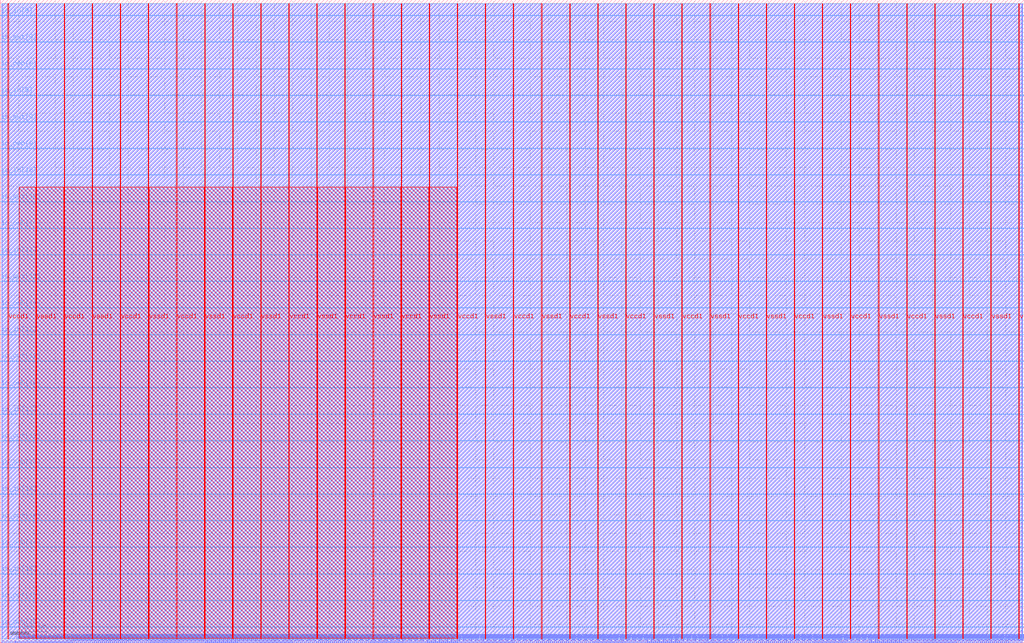
<source format=lef>
VERSION 5.7 ;
  NOWIREEXTENSIONATPIN ON ;
  DIVIDERCHAR "/" ;
  BUSBITCHARS "[]" ;
MACRO user_proj_example
  CLASS BLOCK ;
  FOREIGN user_proj_example ;
  ORIGIN 0.000 0.000 ;
  SIZE 2800.000 BY 1760.000 ;
  PIN io_in[0]
    DIRECTION INPUT ;
    USE SIGNAL ;
    PORT
      LAYER met3 ;
        RECT 2796.000 42.880 2800.000 43.480 ;
    END
  END io_in[0]
  PIN io_in[10]
    DIRECTION INPUT ;
    USE SIGNAL ;
    PORT
      LAYER met3 ;
        RECT 0.000 1279.800 4.000 1280.400 ;
    END
  END io_in[10]
  PIN io_in[11]
    DIRECTION INPUT ;
    USE SIGNAL ;
    PORT
      LAYER met3 ;
        RECT 0.000 1061.520 4.000 1062.120 ;
    END
  END io_in[11]
  PIN io_in[12]
    DIRECTION INPUT ;
    USE SIGNAL ;
    PORT
      LAYER met3 ;
        RECT 0.000 843.240 4.000 843.840 ;
    END
  END io_in[12]
  PIN io_in[13]
    DIRECTION INPUT ;
    USE SIGNAL ;
    PORT
      LAYER met3 ;
        RECT 0.000 624.960 4.000 625.560 ;
    END
  END io_in[13]
  PIN io_in[14]
    DIRECTION INPUT ;
    USE SIGNAL ;
    PORT
      LAYER met3 ;
        RECT 0.000 406.680 4.000 407.280 ;
    END
  END io_in[14]
  PIN io_in[15]
    DIRECTION INPUT ;
    USE SIGNAL ;
    PORT
      LAYER met3 ;
        RECT 0.000 188.400 4.000 189.000 ;
    END
  END io_in[15]
  PIN io_in[1]
    DIRECTION INPUT ;
    USE SIGNAL ;
    PORT
      LAYER met3 ;
        RECT 2796.000 261.160 2800.000 261.760 ;
    END
  END io_in[1]
  PIN io_in[2]
    DIRECTION INPUT ;
    USE SIGNAL ;
    PORT
      LAYER met3 ;
        RECT 2796.000 479.440 2800.000 480.040 ;
    END
  END io_in[2]
  PIN io_in[3]
    DIRECTION INPUT ;
    USE SIGNAL ;
    PORT
      LAYER met3 ;
        RECT 2796.000 697.720 2800.000 698.320 ;
    END
  END io_in[3]
  PIN io_in[4]
    DIRECTION INPUT ;
    USE SIGNAL ;
    PORT
      LAYER met3 ;
        RECT 2796.000 916.000 2800.000 916.600 ;
    END
  END io_in[4]
  PIN io_in[5]
    DIRECTION INPUT ;
    USE SIGNAL ;
    PORT
      LAYER met3 ;
        RECT 2796.000 1134.280 2800.000 1134.880 ;
    END
  END io_in[5]
  PIN io_in[6]
    DIRECTION INPUT ;
    USE SIGNAL ;
    PORT
      LAYER met3 ;
        RECT 2796.000 1352.560 2800.000 1353.160 ;
    END
  END io_in[6]
  PIN io_in[7]
    DIRECTION INPUT ;
    USE SIGNAL ;
    PORT
      LAYER met3 ;
        RECT 2796.000 1570.840 2800.000 1571.440 ;
    END
  END io_in[7]
  PIN io_in[8]
    DIRECTION INPUT ;
    USE SIGNAL ;
    PORT
      LAYER met3 ;
        RECT 0.000 1716.360 4.000 1716.960 ;
    END
  END io_in[8]
  PIN io_in[9]
    DIRECTION INPUT ;
    USE SIGNAL ;
    PORT
      LAYER met3 ;
        RECT 0.000 1498.080 4.000 1498.680 ;
    END
  END io_in[9]
  PIN io_oeb[0]
    DIRECTION OUTPUT TRISTATE ;
    USE SIGNAL ;
    PORT
      LAYER met3 ;
        RECT 2796.000 188.400 2800.000 189.000 ;
    END
  END io_oeb[0]
  PIN io_oeb[10]
    DIRECTION OUTPUT TRISTATE ;
    USE SIGNAL ;
    PORT
      LAYER met3 ;
        RECT 0.000 1134.280 4.000 1134.880 ;
    END
  END io_oeb[10]
  PIN io_oeb[11]
    DIRECTION OUTPUT TRISTATE ;
    USE SIGNAL ;
    PORT
      LAYER met3 ;
        RECT 0.000 916.000 4.000 916.600 ;
    END
  END io_oeb[11]
  PIN io_oeb[12]
    DIRECTION OUTPUT TRISTATE ;
    USE SIGNAL ;
    PORT
      LAYER met3 ;
        RECT 0.000 697.720 4.000 698.320 ;
    END
  END io_oeb[12]
  PIN io_oeb[13]
    DIRECTION OUTPUT TRISTATE ;
    USE SIGNAL ;
    PORT
      LAYER met3 ;
        RECT 0.000 479.440 4.000 480.040 ;
    END
  END io_oeb[13]
  PIN io_oeb[14]
    DIRECTION OUTPUT TRISTATE ;
    USE SIGNAL ;
    PORT
      LAYER met3 ;
        RECT 0.000 261.160 4.000 261.760 ;
    END
  END io_oeb[14]
  PIN io_oeb[15]
    DIRECTION OUTPUT TRISTATE ;
    USE SIGNAL ;
    PORT
      LAYER met3 ;
        RECT 0.000 42.880 4.000 43.480 ;
    END
  END io_oeb[15]
  PIN io_oeb[1]
    DIRECTION OUTPUT TRISTATE ;
    USE SIGNAL ;
    PORT
      LAYER met3 ;
        RECT 2796.000 406.680 2800.000 407.280 ;
    END
  END io_oeb[1]
  PIN io_oeb[2]
    DIRECTION OUTPUT TRISTATE ;
    USE SIGNAL ;
    PORT
      LAYER met3 ;
        RECT 2796.000 624.960 2800.000 625.560 ;
    END
  END io_oeb[2]
  PIN io_oeb[3]
    DIRECTION OUTPUT TRISTATE ;
    USE SIGNAL ;
    PORT
      LAYER met3 ;
        RECT 2796.000 843.240 2800.000 843.840 ;
    END
  END io_oeb[3]
  PIN io_oeb[4]
    DIRECTION OUTPUT TRISTATE ;
    USE SIGNAL ;
    PORT
      LAYER met3 ;
        RECT 2796.000 1061.520 2800.000 1062.120 ;
    END
  END io_oeb[4]
  PIN io_oeb[5]
    DIRECTION OUTPUT TRISTATE ;
    USE SIGNAL ;
    PORT
      LAYER met3 ;
        RECT 2796.000 1279.800 2800.000 1280.400 ;
    END
  END io_oeb[5]
  PIN io_oeb[6]
    DIRECTION OUTPUT TRISTATE ;
    USE SIGNAL ;
    PORT
      LAYER met3 ;
        RECT 2796.000 1498.080 2800.000 1498.680 ;
    END
  END io_oeb[6]
  PIN io_oeb[7]
    DIRECTION OUTPUT TRISTATE ;
    USE SIGNAL ;
    PORT
      LAYER met3 ;
        RECT 2796.000 1716.360 2800.000 1716.960 ;
    END
  END io_oeb[7]
  PIN io_oeb[8]
    DIRECTION OUTPUT TRISTATE ;
    USE SIGNAL ;
    PORT
      LAYER met3 ;
        RECT 0.000 1570.840 4.000 1571.440 ;
    END
  END io_oeb[8]
  PIN io_oeb[9]
    DIRECTION OUTPUT TRISTATE ;
    USE SIGNAL ;
    PORT
      LAYER met3 ;
        RECT 0.000 1352.560 4.000 1353.160 ;
    END
  END io_oeb[9]
  PIN io_out[0]
    DIRECTION OUTPUT TRISTATE ;
    USE SIGNAL ;
    PORT
      LAYER met3 ;
        RECT 2796.000 115.640 2800.000 116.240 ;
    END
  END io_out[0]
  PIN io_out[10]
    DIRECTION OUTPUT TRISTATE ;
    USE SIGNAL ;
    PORT
      LAYER met3 ;
        RECT 0.000 1207.040 4.000 1207.640 ;
    END
  END io_out[10]
  PIN io_out[11]
    DIRECTION OUTPUT TRISTATE ;
    USE SIGNAL ;
    PORT
      LAYER met3 ;
        RECT 0.000 988.760 4.000 989.360 ;
    END
  END io_out[11]
  PIN io_out[12]
    DIRECTION OUTPUT TRISTATE ;
    USE SIGNAL ;
    PORT
      LAYER met3 ;
        RECT 0.000 770.480 4.000 771.080 ;
    END
  END io_out[12]
  PIN io_out[13]
    DIRECTION OUTPUT TRISTATE ;
    USE SIGNAL ;
    PORT
      LAYER met3 ;
        RECT 0.000 552.200 4.000 552.800 ;
    END
  END io_out[13]
  PIN io_out[14]
    DIRECTION OUTPUT TRISTATE ;
    USE SIGNAL ;
    PORT
      LAYER met3 ;
        RECT 0.000 333.920 4.000 334.520 ;
    END
  END io_out[14]
  PIN io_out[15]
    DIRECTION OUTPUT TRISTATE ;
    USE SIGNAL ;
    PORT
      LAYER met3 ;
        RECT 0.000 115.640 4.000 116.240 ;
    END
  END io_out[15]
  PIN io_out[1]
    DIRECTION OUTPUT TRISTATE ;
    USE SIGNAL ;
    PORT
      LAYER met3 ;
        RECT 2796.000 333.920 2800.000 334.520 ;
    END
  END io_out[1]
  PIN io_out[2]
    DIRECTION OUTPUT TRISTATE ;
    USE SIGNAL ;
    PORT
      LAYER met3 ;
        RECT 2796.000 552.200 2800.000 552.800 ;
    END
  END io_out[2]
  PIN io_out[3]
    DIRECTION OUTPUT TRISTATE ;
    USE SIGNAL ;
    PORT
      LAYER met3 ;
        RECT 2796.000 770.480 2800.000 771.080 ;
    END
  END io_out[3]
  PIN io_out[4]
    DIRECTION OUTPUT TRISTATE ;
    USE SIGNAL ;
    PORT
      LAYER met3 ;
        RECT 2796.000 988.760 2800.000 989.360 ;
    END
  END io_out[4]
  PIN io_out[5]
    DIRECTION OUTPUT TRISTATE ;
    USE SIGNAL ;
    PORT
      LAYER met3 ;
        RECT 2796.000 1207.040 2800.000 1207.640 ;
    END
  END io_out[5]
  PIN io_out[6]
    DIRECTION OUTPUT TRISTATE ;
    USE SIGNAL ;
    PORT
      LAYER met3 ;
        RECT 2796.000 1425.320 2800.000 1425.920 ;
    END
  END io_out[6]
  PIN io_out[7]
    DIRECTION OUTPUT TRISTATE ;
    USE SIGNAL ;
    PORT
      LAYER met3 ;
        RECT 2796.000 1643.600 2800.000 1644.200 ;
    END
  END io_out[7]
  PIN io_out[8]
    DIRECTION OUTPUT TRISTATE ;
    USE SIGNAL ;
    PORT
      LAYER met3 ;
        RECT 0.000 1643.600 4.000 1644.200 ;
    END
  END io_out[8]
  PIN io_out[9]
    DIRECTION OUTPUT TRISTATE ;
    USE SIGNAL ;
    PORT
      LAYER met3 ;
        RECT 0.000 1425.320 4.000 1425.920 ;
    END
  END io_out[9]
  PIN irq[0]
    DIRECTION OUTPUT TRISTATE ;
    USE SIGNAL ;
    PORT
      LAYER met2 ;
        RECT 2746.750 0.000 2747.030 4.000 ;
    END
  END irq[0]
  PIN irq[1]
    DIRECTION OUTPUT TRISTATE ;
    USE SIGNAL ;
    PORT
      LAYER met2 ;
        RECT 2752.270 0.000 2752.550 4.000 ;
    END
  END irq[1]
  PIN irq[2]
    DIRECTION OUTPUT TRISTATE ;
    USE SIGNAL ;
    PORT
      LAYER met2 ;
        RECT 2757.790 0.000 2758.070 4.000 ;
    END
  END irq[2]
  PIN la_data_in[0]
    DIRECTION INPUT ;
    USE SIGNAL ;
    PORT
      LAYER met2 ;
        RECT 627.070 0.000 627.350 4.000 ;
    END
  END la_data_in[0]
  PIN la_data_in[100]
    DIRECTION INPUT ;
    USE SIGNAL ;
    PORT
      LAYER met2 ;
        RECT 2283.070 0.000 2283.350 4.000 ;
    END
  END la_data_in[100]
  PIN la_data_in[101]
    DIRECTION INPUT ;
    USE SIGNAL ;
    PORT
      LAYER met2 ;
        RECT 2299.630 0.000 2299.910 4.000 ;
    END
  END la_data_in[101]
  PIN la_data_in[102]
    DIRECTION INPUT ;
    USE SIGNAL ;
    PORT
      LAYER met2 ;
        RECT 2316.190 0.000 2316.470 4.000 ;
    END
  END la_data_in[102]
  PIN la_data_in[103]
    DIRECTION INPUT ;
    USE SIGNAL ;
    PORT
      LAYER met2 ;
        RECT 2332.750 0.000 2333.030 4.000 ;
    END
  END la_data_in[103]
  PIN la_data_in[104]
    DIRECTION INPUT ;
    USE SIGNAL ;
    PORT
      LAYER met2 ;
        RECT 2349.310 0.000 2349.590 4.000 ;
    END
  END la_data_in[104]
  PIN la_data_in[105]
    DIRECTION INPUT ;
    USE SIGNAL ;
    PORT
      LAYER met2 ;
        RECT 2365.870 0.000 2366.150 4.000 ;
    END
  END la_data_in[105]
  PIN la_data_in[106]
    DIRECTION INPUT ;
    USE SIGNAL ;
    PORT
      LAYER met2 ;
        RECT 2382.430 0.000 2382.710 4.000 ;
    END
  END la_data_in[106]
  PIN la_data_in[107]
    DIRECTION INPUT ;
    USE SIGNAL ;
    PORT
      LAYER met2 ;
        RECT 2398.990 0.000 2399.270 4.000 ;
    END
  END la_data_in[107]
  PIN la_data_in[108]
    DIRECTION INPUT ;
    USE SIGNAL ;
    PORT
      LAYER met2 ;
        RECT 2415.550 0.000 2415.830 4.000 ;
    END
  END la_data_in[108]
  PIN la_data_in[109]
    DIRECTION INPUT ;
    USE SIGNAL ;
    PORT
      LAYER met2 ;
        RECT 2432.110 0.000 2432.390 4.000 ;
    END
  END la_data_in[109]
  PIN la_data_in[10]
    DIRECTION INPUT ;
    USE SIGNAL ;
    PORT
      LAYER met2 ;
        RECT 792.670 0.000 792.950 4.000 ;
    END
  END la_data_in[10]
  PIN la_data_in[110]
    DIRECTION INPUT ;
    USE SIGNAL ;
    PORT
      LAYER met2 ;
        RECT 2448.670 0.000 2448.950 4.000 ;
    END
  END la_data_in[110]
  PIN la_data_in[111]
    DIRECTION INPUT ;
    USE SIGNAL ;
    PORT
      LAYER met2 ;
        RECT 2465.230 0.000 2465.510 4.000 ;
    END
  END la_data_in[111]
  PIN la_data_in[112]
    DIRECTION INPUT ;
    USE SIGNAL ;
    PORT
      LAYER met2 ;
        RECT 2481.790 0.000 2482.070 4.000 ;
    END
  END la_data_in[112]
  PIN la_data_in[113]
    DIRECTION INPUT ;
    USE SIGNAL ;
    PORT
      LAYER met2 ;
        RECT 2498.350 0.000 2498.630 4.000 ;
    END
  END la_data_in[113]
  PIN la_data_in[114]
    DIRECTION INPUT ;
    USE SIGNAL ;
    PORT
      LAYER met2 ;
        RECT 2514.910 0.000 2515.190 4.000 ;
    END
  END la_data_in[114]
  PIN la_data_in[115]
    DIRECTION INPUT ;
    USE SIGNAL ;
    PORT
      LAYER met2 ;
        RECT 2531.470 0.000 2531.750 4.000 ;
    END
  END la_data_in[115]
  PIN la_data_in[116]
    DIRECTION INPUT ;
    USE SIGNAL ;
    PORT
      LAYER met2 ;
        RECT 2548.030 0.000 2548.310 4.000 ;
    END
  END la_data_in[116]
  PIN la_data_in[117]
    DIRECTION INPUT ;
    USE SIGNAL ;
    PORT
      LAYER met2 ;
        RECT 2564.590 0.000 2564.870 4.000 ;
    END
  END la_data_in[117]
  PIN la_data_in[118]
    DIRECTION INPUT ;
    USE SIGNAL ;
    PORT
      LAYER met2 ;
        RECT 2581.150 0.000 2581.430 4.000 ;
    END
  END la_data_in[118]
  PIN la_data_in[119]
    DIRECTION INPUT ;
    USE SIGNAL ;
    PORT
      LAYER met2 ;
        RECT 2597.710 0.000 2597.990 4.000 ;
    END
  END la_data_in[119]
  PIN la_data_in[11]
    DIRECTION INPUT ;
    USE SIGNAL ;
    PORT
      LAYER met2 ;
        RECT 809.230 0.000 809.510 4.000 ;
    END
  END la_data_in[11]
  PIN la_data_in[120]
    DIRECTION INPUT ;
    USE SIGNAL ;
    PORT
      LAYER met2 ;
        RECT 2614.270 0.000 2614.550 4.000 ;
    END
  END la_data_in[120]
  PIN la_data_in[121]
    DIRECTION INPUT ;
    USE SIGNAL ;
    PORT
      LAYER met2 ;
        RECT 2630.830 0.000 2631.110 4.000 ;
    END
  END la_data_in[121]
  PIN la_data_in[122]
    DIRECTION INPUT ;
    USE SIGNAL ;
    PORT
      LAYER met2 ;
        RECT 2647.390 0.000 2647.670 4.000 ;
    END
  END la_data_in[122]
  PIN la_data_in[123]
    DIRECTION INPUT ;
    USE SIGNAL ;
    PORT
      LAYER met2 ;
        RECT 2663.950 0.000 2664.230 4.000 ;
    END
  END la_data_in[123]
  PIN la_data_in[124]
    DIRECTION INPUT ;
    USE SIGNAL ;
    PORT
      LAYER met2 ;
        RECT 2680.510 0.000 2680.790 4.000 ;
    END
  END la_data_in[124]
  PIN la_data_in[125]
    DIRECTION INPUT ;
    USE SIGNAL ;
    PORT
      LAYER met2 ;
        RECT 2697.070 0.000 2697.350 4.000 ;
    END
  END la_data_in[125]
  PIN la_data_in[126]
    DIRECTION INPUT ;
    USE SIGNAL ;
    PORT
      LAYER met2 ;
        RECT 2713.630 0.000 2713.910 4.000 ;
    END
  END la_data_in[126]
  PIN la_data_in[127]
    DIRECTION INPUT ;
    USE SIGNAL ;
    PORT
      LAYER met2 ;
        RECT 2730.190 0.000 2730.470 4.000 ;
    END
  END la_data_in[127]
  PIN la_data_in[12]
    DIRECTION INPUT ;
    USE SIGNAL ;
    PORT
      LAYER met2 ;
        RECT 825.790 0.000 826.070 4.000 ;
    END
  END la_data_in[12]
  PIN la_data_in[13]
    DIRECTION INPUT ;
    USE SIGNAL ;
    PORT
      LAYER met2 ;
        RECT 842.350 0.000 842.630 4.000 ;
    END
  END la_data_in[13]
  PIN la_data_in[14]
    DIRECTION INPUT ;
    USE SIGNAL ;
    PORT
      LAYER met2 ;
        RECT 858.910 0.000 859.190 4.000 ;
    END
  END la_data_in[14]
  PIN la_data_in[15]
    DIRECTION INPUT ;
    USE SIGNAL ;
    PORT
      LAYER met2 ;
        RECT 875.470 0.000 875.750 4.000 ;
    END
  END la_data_in[15]
  PIN la_data_in[16]
    DIRECTION INPUT ;
    USE SIGNAL ;
    PORT
      LAYER met2 ;
        RECT 892.030 0.000 892.310 4.000 ;
    END
  END la_data_in[16]
  PIN la_data_in[17]
    DIRECTION INPUT ;
    USE SIGNAL ;
    PORT
      LAYER met2 ;
        RECT 908.590 0.000 908.870 4.000 ;
    END
  END la_data_in[17]
  PIN la_data_in[18]
    DIRECTION INPUT ;
    USE SIGNAL ;
    PORT
      LAYER met2 ;
        RECT 925.150 0.000 925.430 4.000 ;
    END
  END la_data_in[18]
  PIN la_data_in[19]
    DIRECTION INPUT ;
    USE SIGNAL ;
    PORT
      LAYER met2 ;
        RECT 941.710 0.000 941.990 4.000 ;
    END
  END la_data_in[19]
  PIN la_data_in[1]
    DIRECTION INPUT ;
    USE SIGNAL ;
    PORT
      LAYER met2 ;
        RECT 643.630 0.000 643.910 4.000 ;
    END
  END la_data_in[1]
  PIN la_data_in[20]
    DIRECTION INPUT ;
    USE SIGNAL ;
    PORT
      LAYER met2 ;
        RECT 958.270 0.000 958.550 4.000 ;
    END
  END la_data_in[20]
  PIN la_data_in[21]
    DIRECTION INPUT ;
    USE SIGNAL ;
    PORT
      LAYER met2 ;
        RECT 974.830 0.000 975.110 4.000 ;
    END
  END la_data_in[21]
  PIN la_data_in[22]
    DIRECTION INPUT ;
    USE SIGNAL ;
    PORT
      LAYER met2 ;
        RECT 991.390 0.000 991.670 4.000 ;
    END
  END la_data_in[22]
  PIN la_data_in[23]
    DIRECTION INPUT ;
    USE SIGNAL ;
    PORT
      LAYER met2 ;
        RECT 1007.950 0.000 1008.230 4.000 ;
    END
  END la_data_in[23]
  PIN la_data_in[24]
    DIRECTION INPUT ;
    USE SIGNAL ;
    PORT
      LAYER met2 ;
        RECT 1024.510 0.000 1024.790 4.000 ;
    END
  END la_data_in[24]
  PIN la_data_in[25]
    DIRECTION INPUT ;
    USE SIGNAL ;
    PORT
      LAYER met2 ;
        RECT 1041.070 0.000 1041.350 4.000 ;
    END
  END la_data_in[25]
  PIN la_data_in[26]
    DIRECTION INPUT ;
    USE SIGNAL ;
    PORT
      LAYER met2 ;
        RECT 1057.630 0.000 1057.910 4.000 ;
    END
  END la_data_in[26]
  PIN la_data_in[27]
    DIRECTION INPUT ;
    USE SIGNAL ;
    PORT
      LAYER met2 ;
        RECT 1074.190 0.000 1074.470 4.000 ;
    END
  END la_data_in[27]
  PIN la_data_in[28]
    DIRECTION INPUT ;
    USE SIGNAL ;
    PORT
      LAYER met2 ;
        RECT 1090.750 0.000 1091.030 4.000 ;
    END
  END la_data_in[28]
  PIN la_data_in[29]
    DIRECTION INPUT ;
    USE SIGNAL ;
    PORT
      LAYER met2 ;
        RECT 1107.310 0.000 1107.590 4.000 ;
    END
  END la_data_in[29]
  PIN la_data_in[2]
    DIRECTION INPUT ;
    USE SIGNAL ;
    PORT
      LAYER met2 ;
        RECT 660.190 0.000 660.470 4.000 ;
    END
  END la_data_in[2]
  PIN la_data_in[30]
    DIRECTION INPUT ;
    USE SIGNAL ;
    PORT
      LAYER met2 ;
        RECT 1123.870 0.000 1124.150 4.000 ;
    END
  END la_data_in[30]
  PIN la_data_in[31]
    DIRECTION INPUT ;
    USE SIGNAL ;
    PORT
      LAYER met2 ;
        RECT 1140.430 0.000 1140.710 4.000 ;
    END
  END la_data_in[31]
  PIN la_data_in[32]
    DIRECTION INPUT ;
    USE SIGNAL ;
    PORT
      LAYER met2 ;
        RECT 1156.990 0.000 1157.270 4.000 ;
    END
  END la_data_in[32]
  PIN la_data_in[33]
    DIRECTION INPUT ;
    USE SIGNAL ;
    PORT
      LAYER met2 ;
        RECT 1173.550 0.000 1173.830 4.000 ;
    END
  END la_data_in[33]
  PIN la_data_in[34]
    DIRECTION INPUT ;
    USE SIGNAL ;
    PORT
      LAYER met2 ;
        RECT 1190.110 0.000 1190.390 4.000 ;
    END
  END la_data_in[34]
  PIN la_data_in[35]
    DIRECTION INPUT ;
    USE SIGNAL ;
    PORT
      LAYER met2 ;
        RECT 1206.670 0.000 1206.950 4.000 ;
    END
  END la_data_in[35]
  PIN la_data_in[36]
    DIRECTION INPUT ;
    USE SIGNAL ;
    PORT
      LAYER met2 ;
        RECT 1223.230 0.000 1223.510 4.000 ;
    END
  END la_data_in[36]
  PIN la_data_in[37]
    DIRECTION INPUT ;
    USE SIGNAL ;
    PORT
      LAYER met2 ;
        RECT 1239.790 0.000 1240.070 4.000 ;
    END
  END la_data_in[37]
  PIN la_data_in[38]
    DIRECTION INPUT ;
    USE SIGNAL ;
    PORT
      LAYER met2 ;
        RECT 1256.350 0.000 1256.630 4.000 ;
    END
  END la_data_in[38]
  PIN la_data_in[39]
    DIRECTION INPUT ;
    USE SIGNAL ;
    PORT
      LAYER met2 ;
        RECT 1272.910 0.000 1273.190 4.000 ;
    END
  END la_data_in[39]
  PIN la_data_in[3]
    DIRECTION INPUT ;
    USE SIGNAL ;
    PORT
      LAYER met2 ;
        RECT 676.750 0.000 677.030 4.000 ;
    END
  END la_data_in[3]
  PIN la_data_in[40]
    DIRECTION INPUT ;
    USE SIGNAL ;
    PORT
      LAYER met2 ;
        RECT 1289.470 0.000 1289.750 4.000 ;
    END
  END la_data_in[40]
  PIN la_data_in[41]
    DIRECTION INPUT ;
    USE SIGNAL ;
    PORT
      LAYER met2 ;
        RECT 1306.030 0.000 1306.310 4.000 ;
    END
  END la_data_in[41]
  PIN la_data_in[42]
    DIRECTION INPUT ;
    USE SIGNAL ;
    PORT
      LAYER met2 ;
        RECT 1322.590 0.000 1322.870 4.000 ;
    END
  END la_data_in[42]
  PIN la_data_in[43]
    DIRECTION INPUT ;
    USE SIGNAL ;
    PORT
      LAYER met2 ;
        RECT 1339.150 0.000 1339.430 4.000 ;
    END
  END la_data_in[43]
  PIN la_data_in[44]
    DIRECTION INPUT ;
    USE SIGNAL ;
    PORT
      LAYER met2 ;
        RECT 1355.710 0.000 1355.990 4.000 ;
    END
  END la_data_in[44]
  PIN la_data_in[45]
    DIRECTION INPUT ;
    USE SIGNAL ;
    PORT
      LAYER met2 ;
        RECT 1372.270 0.000 1372.550 4.000 ;
    END
  END la_data_in[45]
  PIN la_data_in[46]
    DIRECTION INPUT ;
    USE SIGNAL ;
    PORT
      LAYER met2 ;
        RECT 1388.830 0.000 1389.110 4.000 ;
    END
  END la_data_in[46]
  PIN la_data_in[47]
    DIRECTION INPUT ;
    USE SIGNAL ;
    PORT
      LAYER met2 ;
        RECT 1405.390 0.000 1405.670 4.000 ;
    END
  END la_data_in[47]
  PIN la_data_in[48]
    DIRECTION INPUT ;
    USE SIGNAL ;
    PORT
      LAYER met2 ;
        RECT 1421.950 0.000 1422.230 4.000 ;
    END
  END la_data_in[48]
  PIN la_data_in[49]
    DIRECTION INPUT ;
    USE SIGNAL ;
    PORT
      LAYER met2 ;
        RECT 1438.510 0.000 1438.790 4.000 ;
    END
  END la_data_in[49]
  PIN la_data_in[4]
    DIRECTION INPUT ;
    USE SIGNAL ;
    PORT
      LAYER met2 ;
        RECT 693.310 0.000 693.590 4.000 ;
    END
  END la_data_in[4]
  PIN la_data_in[50]
    DIRECTION INPUT ;
    USE SIGNAL ;
    PORT
      LAYER met2 ;
        RECT 1455.070 0.000 1455.350 4.000 ;
    END
  END la_data_in[50]
  PIN la_data_in[51]
    DIRECTION INPUT ;
    USE SIGNAL ;
    PORT
      LAYER met2 ;
        RECT 1471.630 0.000 1471.910 4.000 ;
    END
  END la_data_in[51]
  PIN la_data_in[52]
    DIRECTION INPUT ;
    USE SIGNAL ;
    PORT
      LAYER met2 ;
        RECT 1488.190 0.000 1488.470 4.000 ;
    END
  END la_data_in[52]
  PIN la_data_in[53]
    DIRECTION INPUT ;
    USE SIGNAL ;
    PORT
      LAYER met2 ;
        RECT 1504.750 0.000 1505.030 4.000 ;
    END
  END la_data_in[53]
  PIN la_data_in[54]
    DIRECTION INPUT ;
    USE SIGNAL ;
    PORT
      LAYER met2 ;
        RECT 1521.310 0.000 1521.590 4.000 ;
    END
  END la_data_in[54]
  PIN la_data_in[55]
    DIRECTION INPUT ;
    USE SIGNAL ;
    PORT
      LAYER met2 ;
        RECT 1537.870 0.000 1538.150 4.000 ;
    END
  END la_data_in[55]
  PIN la_data_in[56]
    DIRECTION INPUT ;
    USE SIGNAL ;
    PORT
      LAYER met2 ;
        RECT 1554.430 0.000 1554.710 4.000 ;
    END
  END la_data_in[56]
  PIN la_data_in[57]
    DIRECTION INPUT ;
    USE SIGNAL ;
    PORT
      LAYER met2 ;
        RECT 1570.990 0.000 1571.270 4.000 ;
    END
  END la_data_in[57]
  PIN la_data_in[58]
    DIRECTION INPUT ;
    USE SIGNAL ;
    PORT
      LAYER met2 ;
        RECT 1587.550 0.000 1587.830 4.000 ;
    END
  END la_data_in[58]
  PIN la_data_in[59]
    DIRECTION INPUT ;
    USE SIGNAL ;
    PORT
      LAYER met2 ;
        RECT 1604.110 0.000 1604.390 4.000 ;
    END
  END la_data_in[59]
  PIN la_data_in[5]
    DIRECTION INPUT ;
    USE SIGNAL ;
    PORT
      LAYER met2 ;
        RECT 709.870 0.000 710.150 4.000 ;
    END
  END la_data_in[5]
  PIN la_data_in[60]
    DIRECTION INPUT ;
    USE SIGNAL ;
    PORT
      LAYER met2 ;
        RECT 1620.670 0.000 1620.950 4.000 ;
    END
  END la_data_in[60]
  PIN la_data_in[61]
    DIRECTION INPUT ;
    USE SIGNAL ;
    PORT
      LAYER met2 ;
        RECT 1637.230 0.000 1637.510 4.000 ;
    END
  END la_data_in[61]
  PIN la_data_in[62]
    DIRECTION INPUT ;
    USE SIGNAL ;
    PORT
      LAYER met2 ;
        RECT 1653.790 0.000 1654.070 4.000 ;
    END
  END la_data_in[62]
  PIN la_data_in[63]
    DIRECTION INPUT ;
    USE SIGNAL ;
    PORT
      LAYER met2 ;
        RECT 1670.350 0.000 1670.630 4.000 ;
    END
  END la_data_in[63]
  PIN la_data_in[64]
    DIRECTION INPUT ;
    USE SIGNAL ;
    PORT
      LAYER met2 ;
        RECT 1686.910 0.000 1687.190 4.000 ;
    END
  END la_data_in[64]
  PIN la_data_in[65]
    DIRECTION INPUT ;
    USE SIGNAL ;
    PORT
      LAYER met2 ;
        RECT 1703.470 0.000 1703.750 4.000 ;
    END
  END la_data_in[65]
  PIN la_data_in[66]
    DIRECTION INPUT ;
    USE SIGNAL ;
    PORT
      LAYER met2 ;
        RECT 1720.030 0.000 1720.310 4.000 ;
    END
  END la_data_in[66]
  PIN la_data_in[67]
    DIRECTION INPUT ;
    USE SIGNAL ;
    PORT
      LAYER met2 ;
        RECT 1736.590 0.000 1736.870 4.000 ;
    END
  END la_data_in[67]
  PIN la_data_in[68]
    DIRECTION INPUT ;
    USE SIGNAL ;
    PORT
      LAYER met2 ;
        RECT 1753.150 0.000 1753.430 4.000 ;
    END
  END la_data_in[68]
  PIN la_data_in[69]
    DIRECTION INPUT ;
    USE SIGNAL ;
    PORT
      LAYER met2 ;
        RECT 1769.710 0.000 1769.990 4.000 ;
    END
  END la_data_in[69]
  PIN la_data_in[6]
    DIRECTION INPUT ;
    USE SIGNAL ;
    PORT
      LAYER met2 ;
        RECT 726.430 0.000 726.710 4.000 ;
    END
  END la_data_in[6]
  PIN la_data_in[70]
    DIRECTION INPUT ;
    USE SIGNAL ;
    PORT
      LAYER met2 ;
        RECT 1786.270 0.000 1786.550 4.000 ;
    END
  END la_data_in[70]
  PIN la_data_in[71]
    DIRECTION INPUT ;
    USE SIGNAL ;
    PORT
      LAYER met2 ;
        RECT 1802.830 0.000 1803.110 4.000 ;
    END
  END la_data_in[71]
  PIN la_data_in[72]
    DIRECTION INPUT ;
    USE SIGNAL ;
    PORT
      LAYER met2 ;
        RECT 1819.390 0.000 1819.670 4.000 ;
    END
  END la_data_in[72]
  PIN la_data_in[73]
    DIRECTION INPUT ;
    USE SIGNAL ;
    PORT
      LAYER met2 ;
        RECT 1835.950 0.000 1836.230 4.000 ;
    END
  END la_data_in[73]
  PIN la_data_in[74]
    DIRECTION INPUT ;
    USE SIGNAL ;
    PORT
      LAYER met2 ;
        RECT 1852.510 0.000 1852.790 4.000 ;
    END
  END la_data_in[74]
  PIN la_data_in[75]
    DIRECTION INPUT ;
    USE SIGNAL ;
    PORT
      LAYER met2 ;
        RECT 1869.070 0.000 1869.350 4.000 ;
    END
  END la_data_in[75]
  PIN la_data_in[76]
    DIRECTION INPUT ;
    USE SIGNAL ;
    PORT
      LAYER met2 ;
        RECT 1885.630 0.000 1885.910 4.000 ;
    END
  END la_data_in[76]
  PIN la_data_in[77]
    DIRECTION INPUT ;
    USE SIGNAL ;
    PORT
      LAYER met2 ;
        RECT 1902.190 0.000 1902.470 4.000 ;
    END
  END la_data_in[77]
  PIN la_data_in[78]
    DIRECTION INPUT ;
    USE SIGNAL ;
    PORT
      LAYER met2 ;
        RECT 1918.750 0.000 1919.030 4.000 ;
    END
  END la_data_in[78]
  PIN la_data_in[79]
    DIRECTION INPUT ;
    USE SIGNAL ;
    PORT
      LAYER met2 ;
        RECT 1935.310 0.000 1935.590 4.000 ;
    END
  END la_data_in[79]
  PIN la_data_in[7]
    DIRECTION INPUT ;
    USE SIGNAL ;
    PORT
      LAYER met2 ;
        RECT 742.990 0.000 743.270 4.000 ;
    END
  END la_data_in[7]
  PIN la_data_in[80]
    DIRECTION INPUT ;
    USE SIGNAL ;
    PORT
      LAYER met2 ;
        RECT 1951.870 0.000 1952.150 4.000 ;
    END
  END la_data_in[80]
  PIN la_data_in[81]
    DIRECTION INPUT ;
    USE SIGNAL ;
    PORT
      LAYER met2 ;
        RECT 1968.430 0.000 1968.710 4.000 ;
    END
  END la_data_in[81]
  PIN la_data_in[82]
    DIRECTION INPUT ;
    USE SIGNAL ;
    PORT
      LAYER met2 ;
        RECT 1984.990 0.000 1985.270 4.000 ;
    END
  END la_data_in[82]
  PIN la_data_in[83]
    DIRECTION INPUT ;
    USE SIGNAL ;
    PORT
      LAYER met2 ;
        RECT 2001.550 0.000 2001.830 4.000 ;
    END
  END la_data_in[83]
  PIN la_data_in[84]
    DIRECTION INPUT ;
    USE SIGNAL ;
    PORT
      LAYER met2 ;
        RECT 2018.110 0.000 2018.390 4.000 ;
    END
  END la_data_in[84]
  PIN la_data_in[85]
    DIRECTION INPUT ;
    USE SIGNAL ;
    PORT
      LAYER met2 ;
        RECT 2034.670 0.000 2034.950 4.000 ;
    END
  END la_data_in[85]
  PIN la_data_in[86]
    DIRECTION INPUT ;
    USE SIGNAL ;
    PORT
      LAYER met2 ;
        RECT 2051.230 0.000 2051.510 4.000 ;
    END
  END la_data_in[86]
  PIN la_data_in[87]
    DIRECTION INPUT ;
    USE SIGNAL ;
    PORT
      LAYER met2 ;
        RECT 2067.790 0.000 2068.070 4.000 ;
    END
  END la_data_in[87]
  PIN la_data_in[88]
    DIRECTION INPUT ;
    USE SIGNAL ;
    PORT
      LAYER met2 ;
        RECT 2084.350 0.000 2084.630 4.000 ;
    END
  END la_data_in[88]
  PIN la_data_in[89]
    DIRECTION INPUT ;
    USE SIGNAL ;
    PORT
      LAYER met2 ;
        RECT 2100.910 0.000 2101.190 4.000 ;
    END
  END la_data_in[89]
  PIN la_data_in[8]
    DIRECTION INPUT ;
    USE SIGNAL ;
    PORT
      LAYER met2 ;
        RECT 759.550 0.000 759.830 4.000 ;
    END
  END la_data_in[8]
  PIN la_data_in[90]
    DIRECTION INPUT ;
    USE SIGNAL ;
    PORT
      LAYER met2 ;
        RECT 2117.470 0.000 2117.750 4.000 ;
    END
  END la_data_in[90]
  PIN la_data_in[91]
    DIRECTION INPUT ;
    USE SIGNAL ;
    PORT
      LAYER met2 ;
        RECT 2134.030 0.000 2134.310 4.000 ;
    END
  END la_data_in[91]
  PIN la_data_in[92]
    DIRECTION INPUT ;
    USE SIGNAL ;
    PORT
      LAYER met2 ;
        RECT 2150.590 0.000 2150.870 4.000 ;
    END
  END la_data_in[92]
  PIN la_data_in[93]
    DIRECTION INPUT ;
    USE SIGNAL ;
    PORT
      LAYER met2 ;
        RECT 2167.150 0.000 2167.430 4.000 ;
    END
  END la_data_in[93]
  PIN la_data_in[94]
    DIRECTION INPUT ;
    USE SIGNAL ;
    PORT
      LAYER met2 ;
        RECT 2183.710 0.000 2183.990 4.000 ;
    END
  END la_data_in[94]
  PIN la_data_in[95]
    DIRECTION INPUT ;
    USE SIGNAL ;
    PORT
      LAYER met2 ;
        RECT 2200.270 0.000 2200.550 4.000 ;
    END
  END la_data_in[95]
  PIN la_data_in[96]
    DIRECTION INPUT ;
    USE SIGNAL ;
    PORT
      LAYER met2 ;
        RECT 2216.830 0.000 2217.110 4.000 ;
    END
  END la_data_in[96]
  PIN la_data_in[97]
    DIRECTION INPUT ;
    USE SIGNAL ;
    PORT
      LAYER met2 ;
        RECT 2233.390 0.000 2233.670 4.000 ;
    END
  END la_data_in[97]
  PIN la_data_in[98]
    DIRECTION INPUT ;
    USE SIGNAL ;
    PORT
      LAYER met2 ;
        RECT 2249.950 0.000 2250.230 4.000 ;
    END
  END la_data_in[98]
  PIN la_data_in[99]
    DIRECTION INPUT ;
    USE SIGNAL ;
    PORT
      LAYER met2 ;
        RECT 2266.510 0.000 2266.790 4.000 ;
    END
  END la_data_in[99]
  PIN la_data_in[9]
    DIRECTION INPUT ;
    USE SIGNAL ;
    PORT
      LAYER met2 ;
        RECT 776.110 0.000 776.390 4.000 ;
    END
  END la_data_in[9]
  PIN la_data_out[0]
    DIRECTION OUTPUT TRISTATE ;
    USE SIGNAL ;
    PORT
      LAYER met2 ;
        RECT 632.590 0.000 632.870 4.000 ;
    END
  END la_data_out[0]
  PIN la_data_out[100]
    DIRECTION OUTPUT TRISTATE ;
    USE SIGNAL ;
    PORT
      LAYER met2 ;
        RECT 2288.590 0.000 2288.870 4.000 ;
    END
  END la_data_out[100]
  PIN la_data_out[101]
    DIRECTION OUTPUT TRISTATE ;
    USE SIGNAL ;
    PORT
      LAYER met2 ;
        RECT 2305.150 0.000 2305.430 4.000 ;
    END
  END la_data_out[101]
  PIN la_data_out[102]
    DIRECTION OUTPUT TRISTATE ;
    USE SIGNAL ;
    PORT
      LAYER met2 ;
        RECT 2321.710 0.000 2321.990 4.000 ;
    END
  END la_data_out[102]
  PIN la_data_out[103]
    DIRECTION OUTPUT TRISTATE ;
    USE SIGNAL ;
    PORT
      LAYER met2 ;
        RECT 2338.270 0.000 2338.550 4.000 ;
    END
  END la_data_out[103]
  PIN la_data_out[104]
    DIRECTION OUTPUT TRISTATE ;
    USE SIGNAL ;
    PORT
      LAYER met2 ;
        RECT 2354.830 0.000 2355.110 4.000 ;
    END
  END la_data_out[104]
  PIN la_data_out[105]
    DIRECTION OUTPUT TRISTATE ;
    USE SIGNAL ;
    PORT
      LAYER met2 ;
        RECT 2371.390 0.000 2371.670 4.000 ;
    END
  END la_data_out[105]
  PIN la_data_out[106]
    DIRECTION OUTPUT TRISTATE ;
    USE SIGNAL ;
    PORT
      LAYER met2 ;
        RECT 2387.950 0.000 2388.230 4.000 ;
    END
  END la_data_out[106]
  PIN la_data_out[107]
    DIRECTION OUTPUT TRISTATE ;
    USE SIGNAL ;
    PORT
      LAYER met2 ;
        RECT 2404.510 0.000 2404.790 4.000 ;
    END
  END la_data_out[107]
  PIN la_data_out[108]
    DIRECTION OUTPUT TRISTATE ;
    USE SIGNAL ;
    PORT
      LAYER met2 ;
        RECT 2421.070 0.000 2421.350 4.000 ;
    END
  END la_data_out[108]
  PIN la_data_out[109]
    DIRECTION OUTPUT TRISTATE ;
    USE SIGNAL ;
    PORT
      LAYER met2 ;
        RECT 2437.630 0.000 2437.910 4.000 ;
    END
  END la_data_out[109]
  PIN la_data_out[10]
    DIRECTION OUTPUT TRISTATE ;
    USE SIGNAL ;
    PORT
      LAYER met2 ;
        RECT 798.190 0.000 798.470 4.000 ;
    END
  END la_data_out[10]
  PIN la_data_out[110]
    DIRECTION OUTPUT TRISTATE ;
    USE SIGNAL ;
    PORT
      LAYER met2 ;
        RECT 2454.190 0.000 2454.470 4.000 ;
    END
  END la_data_out[110]
  PIN la_data_out[111]
    DIRECTION OUTPUT TRISTATE ;
    USE SIGNAL ;
    PORT
      LAYER met2 ;
        RECT 2470.750 0.000 2471.030 4.000 ;
    END
  END la_data_out[111]
  PIN la_data_out[112]
    DIRECTION OUTPUT TRISTATE ;
    USE SIGNAL ;
    PORT
      LAYER met2 ;
        RECT 2487.310 0.000 2487.590 4.000 ;
    END
  END la_data_out[112]
  PIN la_data_out[113]
    DIRECTION OUTPUT TRISTATE ;
    USE SIGNAL ;
    PORT
      LAYER met2 ;
        RECT 2503.870 0.000 2504.150 4.000 ;
    END
  END la_data_out[113]
  PIN la_data_out[114]
    DIRECTION OUTPUT TRISTATE ;
    USE SIGNAL ;
    PORT
      LAYER met2 ;
        RECT 2520.430 0.000 2520.710 4.000 ;
    END
  END la_data_out[114]
  PIN la_data_out[115]
    DIRECTION OUTPUT TRISTATE ;
    USE SIGNAL ;
    PORT
      LAYER met2 ;
        RECT 2536.990 0.000 2537.270 4.000 ;
    END
  END la_data_out[115]
  PIN la_data_out[116]
    DIRECTION OUTPUT TRISTATE ;
    USE SIGNAL ;
    PORT
      LAYER met2 ;
        RECT 2553.550 0.000 2553.830 4.000 ;
    END
  END la_data_out[116]
  PIN la_data_out[117]
    DIRECTION OUTPUT TRISTATE ;
    USE SIGNAL ;
    PORT
      LAYER met2 ;
        RECT 2570.110 0.000 2570.390 4.000 ;
    END
  END la_data_out[117]
  PIN la_data_out[118]
    DIRECTION OUTPUT TRISTATE ;
    USE SIGNAL ;
    PORT
      LAYER met2 ;
        RECT 2586.670 0.000 2586.950 4.000 ;
    END
  END la_data_out[118]
  PIN la_data_out[119]
    DIRECTION OUTPUT TRISTATE ;
    USE SIGNAL ;
    PORT
      LAYER met2 ;
        RECT 2603.230 0.000 2603.510 4.000 ;
    END
  END la_data_out[119]
  PIN la_data_out[11]
    DIRECTION OUTPUT TRISTATE ;
    USE SIGNAL ;
    PORT
      LAYER met2 ;
        RECT 814.750 0.000 815.030 4.000 ;
    END
  END la_data_out[11]
  PIN la_data_out[120]
    DIRECTION OUTPUT TRISTATE ;
    USE SIGNAL ;
    PORT
      LAYER met2 ;
        RECT 2619.790 0.000 2620.070 4.000 ;
    END
  END la_data_out[120]
  PIN la_data_out[121]
    DIRECTION OUTPUT TRISTATE ;
    USE SIGNAL ;
    PORT
      LAYER met2 ;
        RECT 2636.350 0.000 2636.630 4.000 ;
    END
  END la_data_out[121]
  PIN la_data_out[122]
    DIRECTION OUTPUT TRISTATE ;
    USE SIGNAL ;
    PORT
      LAYER met2 ;
        RECT 2652.910 0.000 2653.190 4.000 ;
    END
  END la_data_out[122]
  PIN la_data_out[123]
    DIRECTION OUTPUT TRISTATE ;
    USE SIGNAL ;
    PORT
      LAYER met2 ;
        RECT 2669.470 0.000 2669.750 4.000 ;
    END
  END la_data_out[123]
  PIN la_data_out[124]
    DIRECTION OUTPUT TRISTATE ;
    USE SIGNAL ;
    PORT
      LAYER met2 ;
        RECT 2686.030 0.000 2686.310 4.000 ;
    END
  END la_data_out[124]
  PIN la_data_out[125]
    DIRECTION OUTPUT TRISTATE ;
    USE SIGNAL ;
    PORT
      LAYER met2 ;
        RECT 2702.590 0.000 2702.870 4.000 ;
    END
  END la_data_out[125]
  PIN la_data_out[126]
    DIRECTION OUTPUT TRISTATE ;
    USE SIGNAL ;
    PORT
      LAYER met2 ;
        RECT 2719.150 0.000 2719.430 4.000 ;
    END
  END la_data_out[126]
  PIN la_data_out[127]
    DIRECTION OUTPUT TRISTATE ;
    USE SIGNAL ;
    PORT
      LAYER met2 ;
        RECT 2735.710 0.000 2735.990 4.000 ;
    END
  END la_data_out[127]
  PIN la_data_out[12]
    DIRECTION OUTPUT TRISTATE ;
    USE SIGNAL ;
    PORT
      LAYER met2 ;
        RECT 831.310 0.000 831.590 4.000 ;
    END
  END la_data_out[12]
  PIN la_data_out[13]
    DIRECTION OUTPUT TRISTATE ;
    USE SIGNAL ;
    PORT
      LAYER met2 ;
        RECT 847.870 0.000 848.150 4.000 ;
    END
  END la_data_out[13]
  PIN la_data_out[14]
    DIRECTION OUTPUT TRISTATE ;
    USE SIGNAL ;
    PORT
      LAYER met2 ;
        RECT 864.430 0.000 864.710 4.000 ;
    END
  END la_data_out[14]
  PIN la_data_out[15]
    DIRECTION OUTPUT TRISTATE ;
    USE SIGNAL ;
    PORT
      LAYER met2 ;
        RECT 880.990 0.000 881.270 4.000 ;
    END
  END la_data_out[15]
  PIN la_data_out[16]
    DIRECTION OUTPUT TRISTATE ;
    USE SIGNAL ;
    PORT
      LAYER met2 ;
        RECT 897.550 0.000 897.830 4.000 ;
    END
  END la_data_out[16]
  PIN la_data_out[17]
    DIRECTION OUTPUT TRISTATE ;
    USE SIGNAL ;
    PORT
      LAYER met2 ;
        RECT 914.110 0.000 914.390 4.000 ;
    END
  END la_data_out[17]
  PIN la_data_out[18]
    DIRECTION OUTPUT TRISTATE ;
    USE SIGNAL ;
    PORT
      LAYER met2 ;
        RECT 930.670 0.000 930.950 4.000 ;
    END
  END la_data_out[18]
  PIN la_data_out[19]
    DIRECTION OUTPUT TRISTATE ;
    USE SIGNAL ;
    PORT
      LAYER met2 ;
        RECT 947.230 0.000 947.510 4.000 ;
    END
  END la_data_out[19]
  PIN la_data_out[1]
    DIRECTION OUTPUT TRISTATE ;
    USE SIGNAL ;
    PORT
      LAYER met2 ;
        RECT 649.150 0.000 649.430 4.000 ;
    END
  END la_data_out[1]
  PIN la_data_out[20]
    DIRECTION OUTPUT TRISTATE ;
    USE SIGNAL ;
    PORT
      LAYER met2 ;
        RECT 963.790 0.000 964.070 4.000 ;
    END
  END la_data_out[20]
  PIN la_data_out[21]
    DIRECTION OUTPUT TRISTATE ;
    USE SIGNAL ;
    PORT
      LAYER met2 ;
        RECT 980.350 0.000 980.630 4.000 ;
    END
  END la_data_out[21]
  PIN la_data_out[22]
    DIRECTION OUTPUT TRISTATE ;
    USE SIGNAL ;
    PORT
      LAYER met2 ;
        RECT 996.910 0.000 997.190 4.000 ;
    END
  END la_data_out[22]
  PIN la_data_out[23]
    DIRECTION OUTPUT TRISTATE ;
    USE SIGNAL ;
    PORT
      LAYER met2 ;
        RECT 1013.470 0.000 1013.750 4.000 ;
    END
  END la_data_out[23]
  PIN la_data_out[24]
    DIRECTION OUTPUT TRISTATE ;
    USE SIGNAL ;
    PORT
      LAYER met2 ;
        RECT 1030.030 0.000 1030.310 4.000 ;
    END
  END la_data_out[24]
  PIN la_data_out[25]
    DIRECTION OUTPUT TRISTATE ;
    USE SIGNAL ;
    PORT
      LAYER met2 ;
        RECT 1046.590 0.000 1046.870 4.000 ;
    END
  END la_data_out[25]
  PIN la_data_out[26]
    DIRECTION OUTPUT TRISTATE ;
    USE SIGNAL ;
    PORT
      LAYER met2 ;
        RECT 1063.150 0.000 1063.430 4.000 ;
    END
  END la_data_out[26]
  PIN la_data_out[27]
    DIRECTION OUTPUT TRISTATE ;
    USE SIGNAL ;
    PORT
      LAYER met2 ;
        RECT 1079.710 0.000 1079.990 4.000 ;
    END
  END la_data_out[27]
  PIN la_data_out[28]
    DIRECTION OUTPUT TRISTATE ;
    USE SIGNAL ;
    PORT
      LAYER met2 ;
        RECT 1096.270 0.000 1096.550 4.000 ;
    END
  END la_data_out[28]
  PIN la_data_out[29]
    DIRECTION OUTPUT TRISTATE ;
    USE SIGNAL ;
    PORT
      LAYER met2 ;
        RECT 1112.830 0.000 1113.110 4.000 ;
    END
  END la_data_out[29]
  PIN la_data_out[2]
    DIRECTION OUTPUT TRISTATE ;
    USE SIGNAL ;
    PORT
      LAYER met2 ;
        RECT 665.710 0.000 665.990 4.000 ;
    END
  END la_data_out[2]
  PIN la_data_out[30]
    DIRECTION OUTPUT TRISTATE ;
    USE SIGNAL ;
    PORT
      LAYER met2 ;
        RECT 1129.390 0.000 1129.670 4.000 ;
    END
  END la_data_out[30]
  PIN la_data_out[31]
    DIRECTION OUTPUT TRISTATE ;
    USE SIGNAL ;
    PORT
      LAYER met2 ;
        RECT 1145.950 0.000 1146.230 4.000 ;
    END
  END la_data_out[31]
  PIN la_data_out[32]
    DIRECTION OUTPUT TRISTATE ;
    USE SIGNAL ;
    PORT
      LAYER met2 ;
        RECT 1162.510 0.000 1162.790 4.000 ;
    END
  END la_data_out[32]
  PIN la_data_out[33]
    DIRECTION OUTPUT TRISTATE ;
    USE SIGNAL ;
    PORT
      LAYER met2 ;
        RECT 1179.070 0.000 1179.350 4.000 ;
    END
  END la_data_out[33]
  PIN la_data_out[34]
    DIRECTION OUTPUT TRISTATE ;
    USE SIGNAL ;
    PORT
      LAYER met2 ;
        RECT 1195.630 0.000 1195.910 4.000 ;
    END
  END la_data_out[34]
  PIN la_data_out[35]
    DIRECTION OUTPUT TRISTATE ;
    USE SIGNAL ;
    PORT
      LAYER met2 ;
        RECT 1212.190 0.000 1212.470 4.000 ;
    END
  END la_data_out[35]
  PIN la_data_out[36]
    DIRECTION OUTPUT TRISTATE ;
    USE SIGNAL ;
    PORT
      LAYER met2 ;
        RECT 1228.750 0.000 1229.030 4.000 ;
    END
  END la_data_out[36]
  PIN la_data_out[37]
    DIRECTION OUTPUT TRISTATE ;
    USE SIGNAL ;
    PORT
      LAYER met2 ;
        RECT 1245.310 0.000 1245.590 4.000 ;
    END
  END la_data_out[37]
  PIN la_data_out[38]
    DIRECTION OUTPUT TRISTATE ;
    USE SIGNAL ;
    PORT
      LAYER met2 ;
        RECT 1261.870 0.000 1262.150 4.000 ;
    END
  END la_data_out[38]
  PIN la_data_out[39]
    DIRECTION OUTPUT TRISTATE ;
    USE SIGNAL ;
    PORT
      LAYER met2 ;
        RECT 1278.430 0.000 1278.710 4.000 ;
    END
  END la_data_out[39]
  PIN la_data_out[3]
    DIRECTION OUTPUT TRISTATE ;
    USE SIGNAL ;
    PORT
      LAYER met2 ;
        RECT 682.270 0.000 682.550 4.000 ;
    END
  END la_data_out[3]
  PIN la_data_out[40]
    DIRECTION OUTPUT TRISTATE ;
    USE SIGNAL ;
    PORT
      LAYER met2 ;
        RECT 1294.990 0.000 1295.270 4.000 ;
    END
  END la_data_out[40]
  PIN la_data_out[41]
    DIRECTION OUTPUT TRISTATE ;
    USE SIGNAL ;
    PORT
      LAYER met2 ;
        RECT 1311.550 0.000 1311.830 4.000 ;
    END
  END la_data_out[41]
  PIN la_data_out[42]
    DIRECTION OUTPUT TRISTATE ;
    USE SIGNAL ;
    PORT
      LAYER met2 ;
        RECT 1328.110 0.000 1328.390 4.000 ;
    END
  END la_data_out[42]
  PIN la_data_out[43]
    DIRECTION OUTPUT TRISTATE ;
    USE SIGNAL ;
    PORT
      LAYER met2 ;
        RECT 1344.670 0.000 1344.950 4.000 ;
    END
  END la_data_out[43]
  PIN la_data_out[44]
    DIRECTION OUTPUT TRISTATE ;
    USE SIGNAL ;
    PORT
      LAYER met2 ;
        RECT 1361.230 0.000 1361.510 4.000 ;
    END
  END la_data_out[44]
  PIN la_data_out[45]
    DIRECTION OUTPUT TRISTATE ;
    USE SIGNAL ;
    PORT
      LAYER met2 ;
        RECT 1377.790 0.000 1378.070 4.000 ;
    END
  END la_data_out[45]
  PIN la_data_out[46]
    DIRECTION OUTPUT TRISTATE ;
    USE SIGNAL ;
    PORT
      LAYER met2 ;
        RECT 1394.350 0.000 1394.630 4.000 ;
    END
  END la_data_out[46]
  PIN la_data_out[47]
    DIRECTION OUTPUT TRISTATE ;
    USE SIGNAL ;
    PORT
      LAYER met2 ;
        RECT 1410.910 0.000 1411.190 4.000 ;
    END
  END la_data_out[47]
  PIN la_data_out[48]
    DIRECTION OUTPUT TRISTATE ;
    USE SIGNAL ;
    PORT
      LAYER met2 ;
        RECT 1427.470 0.000 1427.750 4.000 ;
    END
  END la_data_out[48]
  PIN la_data_out[49]
    DIRECTION OUTPUT TRISTATE ;
    USE SIGNAL ;
    PORT
      LAYER met2 ;
        RECT 1444.030 0.000 1444.310 4.000 ;
    END
  END la_data_out[49]
  PIN la_data_out[4]
    DIRECTION OUTPUT TRISTATE ;
    USE SIGNAL ;
    PORT
      LAYER met2 ;
        RECT 698.830 0.000 699.110 4.000 ;
    END
  END la_data_out[4]
  PIN la_data_out[50]
    DIRECTION OUTPUT TRISTATE ;
    USE SIGNAL ;
    PORT
      LAYER met2 ;
        RECT 1460.590 0.000 1460.870 4.000 ;
    END
  END la_data_out[50]
  PIN la_data_out[51]
    DIRECTION OUTPUT TRISTATE ;
    USE SIGNAL ;
    PORT
      LAYER met2 ;
        RECT 1477.150 0.000 1477.430 4.000 ;
    END
  END la_data_out[51]
  PIN la_data_out[52]
    DIRECTION OUTPUT TRISTATE ;
    USE SIGNAL ;
    PORT
      LAYER met2 ;
        RECT 1493.710 0.000 1493.990 4.000 ;
    END
  END la_data_out[52]
  PIN la_data_out[53]
    DIRECTION OUTPUT TRISTATE ;
    USE SIGNAL ;
    PORT
      LAYER met2 ;
        RECT 1510.270 0.000 1510.550 4.000 ;
    END
  END la_data_out[53]
  PIN la_data_out[54]
    DIRECTION OUTPUT TRISTATE ;
    USE SIGNAL ;
    PORT
      LAYER met2 ;
        RECT 1526.830 0.000 1527.110 4.000 ;
    END
  END la_data_out[54]
  PIN la_data_out[55]
    DIRECTION OUTPUT TRISTATE ;
    USE SIGNAL ;
    PORT
      LAYER met2 ;
        RECT 1543.390 0.000 1543.670 4.000 ;
    END
  END la_data_out[55]
  PIN la_data_out[56]
    DIRECTION OUTPUT TRISTATE ;
    USE SIGNAL ;
    PORT
      LAYER met2 ;
        RECT 1559.950 0.000 1560.230 4.000 ;
    END
  END la_data_out[56]
  PIN la_data_out[57]
    DIRECTION OUTPUT TRISTATE ;
    USE SIGNAL ;
    PORT
      LAYER met2 ;
        RECT 1576.510 0.000 1576.790 4.000 ;
    END
  END la_data_out[57]
  PIN la_data_out[58]
    DIRECTION OUTPUT TRISTATE ;
    USE SIGNAL ;
    PORT
      LAYER met2 ;
        RECT 1593.070 0.000 1593.350 4.000 ;
    END
  END la_data_out[58]
  PIN la_data_out[59]
    DIRECTION OUTPUT TRISTATE ;
    USE SIGNAL ;
    PORT
      LAYER met2 ;
        RECT 1609.630 0.000 1609.910 4.000 ;
    END
  END la_data_out[59]
  PIN la_data_out[5]
    DIRECTION OUTPUT TRISTATE ;
    USE SIGNAL ;
    PORT
      LAYER met2 ;
        RECT 715.390 0.000 715.670 4.000 ;
    END
  END la_data_out[5]
  PIN la_data_out[60]
    DIRECTION OUTPUT TRISTATE ;
    USE SIGNAL ;
    PORT
      LAYER met2 ;
        RECT 1626.190 0.000 1626.470 4.000 ;
    END
  END la_data_out[60]
  PIN la_data_out[61]
    DIRECTION OUTPUT TRISTATE ;
    USE SIGNAL ;
    PORT
      LAYER met2 ;
        RECT 1642.750 0.000 1643.030 4.000 ;
    END
  END la_data_out[61]
  PIN la_data_out[62]
    DIRECTION OUTPUT TRISTATE ;
    USE SIGNAL ;
    PORT
      LAYER met2 ;
        RECT 1659.310 0.000 1659.590 4.000 ;
    END
  END la_data_out[62]
  PIN la_data_out[63]
    DIRECTION OUTPUT TRISTATE ;
    USE SIGNAL ;
    PORT
      LAYER met2 ;
        RECT 1675.870 0.000 1676.150 4.000 ;
    END
  END la_data_out[63]
  PIN la_data_out[64]
    DIRECTION OUTPUT TRISTATE ;
    USE SIGNAL ;
    PORT
      LAYER met2 ;
        RECT 1692.430 0.000 1692.710 4.000 ;
    END
  END la_data_out[64]
  PIN la_data_out[65]
    DIRECTION OUTPUT TRISTATE ;
    USE SIGNAL ;
    PORT
      LAYER met2 ;
        RECT 1708.990 0.000 1709.270 4.000 ;
    END
  END la_data_out[65]
  PIN la_data_out[66]
    DIRECTION OUTPUT TRISTATE ;
    USE SIGNAL ;
    PORT
      LAYER met2 ;
        RECT 1725.550 0.000 1725.830 4.000 ;
    END
  END la_data_out[66]
  PIN la_data_out[67]
    DIRECTION OUTPUT TRISTATE ;
    USE SIGNAL ;
    PORT
      LAYER met2 ;
        RECT 1742.110 0.000 1742.390 4.000 ;
    END
  END la_data_out[67]
  PIN la_data_out[68]
    DIRECTION OUTPUT TRISTATE ;
    USE SIGNAL ;
    PORT
      LAYER met2 ;
        RECT 1758.670 0.000 1758.950 4.000 ;
    END
  END la_data_out[68]
  PIN la_data_out[69]
    DIRECTION OUTPUT TRISTATE ;
    USE SIGNAL ;
    PORT
      LAYER met2 ;
        RECT 1775.230 0.000 1775.510 4.000 ;
    END
  END la_data_out[69]
  PIN la_data_out[6]
    DIRECTION OUTPUT TRISTATE ;
    USE SIGNAL ;
    PORT
      LAYER met2 ;
        RECT 731.950 0.000 732.230 4.000 ;
    END
  END la_data_out[6]
  PIN la_data_out[70]
    DIRECTION OUTPUT TRISTATE ;
    USE SIGNAL ;
    PORT
      LAYER met2 ;
        RECT 1791.790 0.000 1792.070 4.000 ;
    END
  END la_data_out[70]
  PIN la_data_out[71]
    DIRECTION OUTPUT TRISTATE ;
    USE SIGNAL ;
    PORT
      LAYER met2 ;
        RECT 1808.350 0.000 1808.630 4.000 ;
    END
  END la_data_out[71]
  PIN la_data_out[72]
    DIRECTION OUTPUT TRISTATE ;
    USE SIGNAL ;
    PORT
      LAYER met2 ;
        RECT 1824.910 0.000 1825.190 4.000 ;
    END
  END la_data_out[72]
  PIN la_data_out[73]
    DIRECTION OUTPUT TRISTATE ;
    USE SIGNAL ;
    PORT
      LAYER met2 ;
        RECT 1841.470 0.000 1841.750 4.000 ;
    END
  END la_data_out[73]
  PIN la_data_out[74]
    DIRECTION OUTPUT TRISTATE ;
    USE SIGNAL ;
    PORT
      LAYER met2 ;
        RECT 1858.030 0.000 1858.310 4.000 ;
    END
  END la_data_out[74]
  PIN la_data_out[75]
    DIRECTION OUTPUT TRISTATE ;
    USE SIGNAL ;
    PORT
      LAYER met2 ;
        RECT 1874.590 0.000 1874.870 4.000 ;
    END
  END la_data_out[75]
  PIN la_data_out[76]
    DIRECTION OUTPUT TRISTATE ;
    USE SIGNAL ;
    PORT
      LAYER met2 ;
        RECT 1891.150 0.000 1891.430 4.000 ;
    END
  END la_data_out[76]
  PIN la_data_out[77]
    DIRECTION OUTPUT TRISTATE ;
    USE SIGNAL ;
    PORT
      LAYER met2 ;
        RECT 1907.710 0.000 1907.990 4.000 ;
    END
  END la_data_out[77]
  PIN la_data_out[78]
    DIRECTION OUTPUT TRISTATE ;
    USE SIGNAL ;
    PORT
      LAYER met2 ;
        RECT 1924.270 0.000 1924.550 4.000 ;
    END
  END la_data_out[78]
  PIN la_data_out[79]
    DIRECTION OUTPUT TRISTATE ;
    USE SIGNAL ;
    PORT
      LAYER met2 ;
        RECT 1940.830 0.000 1941.110 4.000 ;
    END
  END la_data_out[79]
  PIN la_data_out[7]
    DIRECTION OUTPUT TRISTATE ;
    USE SIGNAL ;
    PORT
      LAYER met2 ;
        RECT 748.510 0.000 748.790 4.000 ;
    END
  END la_data_out[7]
  PIN la_data_out[80]
    DIRECTION OUTPUT TRISTATE ;
    USE SIGNAL ;
    PORT
      LAYER met2 ;
        RECT 1957.390 0.000 1957.670 4.000 ;
    END
  END la_data_out[80]
  PIN la_data_out[81]
    DIRECTION OUTPUT TRISTATE ;
    USE SIGNAL ;
    PORT
      LAYER met2 ;
        RECT 1973.950 0.000 1974.230 4.000 ;
    END
  END la_data_out[81]
  PIN la_data_out[82]
    DIRECTION OUTPUT TRISTATE ;
    USE SIGNAL ;
    PORT
      LAYER met2 ;
        RECT 1990.510 0.000 1990.790 4.000 ;
    END
  END la_data_out[82]
  PIN la_data_out[83]
    DIRECTION OUTPUT TRISTATE ;
    USE SIGNAL ;
    PORT
      LAYER met2 ;
        RECT 2007.070 0.000 2007.350 4.000 ;
    END
  END la_data_out[83]
  PIN la_data_out[84]
    DIRECTION OUTPUT TRISTATE ;
    USE SIGNAL ;
    PORT
      LAYER met2 ;
        RECT 2023.630 0.000 2023.910 4.000 ;
    END
  END la_data_out[84]
  PIN la_data_out[85]
    DIRECTION OUTPUT TRISTATE ;
    USE SIGNAL ;
    PORT
      LAYER met2 ;
        RECT 2040.190 0.000 2040.470 4.000 ;
    END
  END la_data_out[85]
  PIN la_data_out[86]
    DIRECTION OUTPUT TRISTATE ;
    USE SIGNAL ;
    PORT
      LAYER met2 ;
        RECT 2056.750 0.000 2057.030 4.000 ;
    END
  END la_data_out[86]
  PIN la_data_out[87]
    DIRECTION OUTPUT TRISTATE ;
    USE SIGNAL ;
    PORT
      LAYER met2 ;
        RECT 2073.310 0.000 2073.590 4.000 ;
    END
  END la_data_out[87]
  PIN la_data_out[88]
    DIRECTION OUTPUT TRISTATE ;
    USE SIGNAL ;
    PORT
      LAYER met2 ;
        RECT 2089.870 0.000 2090.150 4.000 ;
    END
  END la_data_out[88]
  PIN la_data_out[89]
    DIRECTION OUTPUT TRISTATE ;
    USE SIGNAL ;
    PORT
      LAYER met2 ;
        RECT 2106.430 0.000 2106.710 4.000 ;
    END
  END la_data_out[89]
  PIN la_data_out[8]
    DIRECTION OUTPUT TRISTATE ;
    USE SIGNAL ;
    PORT
      LAYER met2 ;
        RECT 765.070 0.000 765.350 4.000 ;
    END
  END la_data_out[8]
  PIN la_data_out[90]
    DIRECTION OUTPUT TRISTATE ;
    USE SIGNAL ;
    PORT
      LAYER met2 ;
        RECT 2122.990 0.000 2123.270 4.000 ;
    END
  END la_data_out[90]
  PIN la_data_out[91]
    DIRECTION OUTPUT TRISTATE ;
    USE SIGNAL ;
    PORT
      LAYER met2 ;
        RECT 2139.550 0.000 2139.830 4.000 ;
    END
  END la_data_out[91]
  PIN la_data_out[92]
    DIRECTION OUTPUT TRISTATE ;
    USE SIGNAL ;
    PORT
      LAYER met2 ;
        RECT 2156.110 0.000 2156.390 4.000 ;
    END
  END la_data_out[92]
  PIN la_data_out[93]
    DIRECTION OUTPUT TRISTATE ;
    USE SIGNAL ;
    PORT
      LAYER met2 ;
        RECT 2172.670 0.000 2172.950 4.000 ;
    END
  END la_data_out[93]
  PIN la_data_out[94]
    DIRECTION OUTPUT TRISTATE ;
    USE SIGNAL ;
    PORT
      LAYER met2 ;
        RECT 2189.230 0.000 2189.510 4.000 ;
    END
  END la_data_out[94]
  PIN la_data_out[95]
    DIRECTION OUTPUT TRISTATE ;
    USE SIGNAL ;
    PORT
      LAYER met2 ;
        RECT 2205.790 0.000 2206.070 4.000 ;
    END
  END la_data_out[95]
  PIN la_data_out[96]
    DIRECTION OUTPUT TRISTATE ;
    USE SIGNAL ;
    PORT
      LAYER met2 ;
        RECT 2222.350 0.000 2222.630 4.000 ;
    END
  END la_data_out[96]
  PIN la_data_out[97]
    DIRECTION OUTPUT TRISTATE ;
    USE SIGNAL ;
    PORT
      LAYER met2 ;
        RECT 2238.910 0.000 2239.190 4.000 ;
    END
  END la_data_out[97]
  PIN la_data_out[98]
    DIRECTION OUTPUT TRISTATE ;
    USE SIGNAL ;
    PORT
      LAYER met2 ;
        RECT 2255.470 0.000 2255.750 4.000 ;
    END
  END la_data_out[98]
  PIN la_data_out[99]
    DIRECTION OUTPUT TRISTATE ;
    USE SIGNAL ;
    PORT
      LAYER met2 ;
        RECT 2272.030 0.000 2272.310 4.000 ;
    END
  END la_data_out[99]
  PIN la_data_out[9]
    DIRECTION OUTPUT TRISTATE ;
    USE SIGNAL ;
    PORT
      LAYER met2 ;
        RECT 781.630 0.000 781.910 4.000 ;
    END
  END la_data_out[9]
  PIN la_oenb[0]
    DIRECTION INPUT ;
    USE SIGNAL ;
    PORT
      LAYER met2 ;
        RECT 638.110 0.000 638.390 4.000 ;
    END
  END la_oenb[0]
  PIN la_oenb[100]
    DIRECTION INPUT ;
    USE SIGNAL ;
    PORT
      LAYER met2 ;
        RECT 2294.110 0.000 2294.390 4.000 ;
    END
  END la_oenb[100]
  PIN la_oenb[101]
    DIRECTION INPUT ;
    USE SIGNAL ;
    PORT
      LAYER met2 ;
        RECT 2310.670 0.000 2310.950 4.000 ;
    END
  END la_oenb[101]
  PIN la_oenb[102]
    DIRECTION INPUT ;
    USE SIGNAL ;
    PORT
      LAYER met2 ;
        RECT 2327.230 0.000 2327.510 4.000 ;
    END
  END la_oenb[102]
  PIN la_oenb[103]
    DIRECTION INPUT ;
    USE SIGNAL ;
    PORT
      LAYER met2 ;
        RECT 2343.790 0.000 2344.070 4.000 ;
    END
  END la_oenb[103]
  PIN la_oenb[104]
    DIRECTION INPUT ;
    USE SIGNAL ;
    PORT
      LAYER met2 ;
        RECT 2360.350 0.000 2360.630 4.000 ;
    END
  END la_oenb[104]
  PIN la_oenb[105]
    DIRECTION INPUT ;
    USE SIGNAL ;
    PORT
      LAYER met2 ;
        RECT 2376.910 0.000 2377.190 4.000 ;
    END
  END la_oenb[105]
  PIN la_oenb[106]
    DIRECTION INPUT ;
    USE SIGNAL ;
    PORT
      LAYER met2 ;
        RECT 2393.470 0.000 2393.750 4.000 ;
    END
  END la_oenb[106]
  PIN la_oenb[107]
    DIRECTION INPUT ;
    USE SIGNAL ;
    PORT
      LAYER met2 ;
        RECT 2410.030 0.000 2410.310 4.000 ;
    END
  END la_oenb[107]
  PIN la_oenb[108]
    DIRECTION INPUT ;
    USE SIGNAL ;
    PORT
      LAYER met2 ;
        RECT 2426.590 0.000 2426.870 4.000 ;
    END
  END la_oenb[108]
  PIN la_oenb[109]
    DIRECTION INPUT ;
    USE SIGNAL ;
    PORT
      LAYER met2 ;
        RECT 2443.150 0.000 2443.430 4.000 ;
    END
  END la_oenb[109]
  PIN la_oenb[10]
    DIRECTION INPUT ;
    USE SIGNAL ;
    PORT
      LAYER met2 ;
        RECT 803.710 0.000 803.990 4.000 ;
    END
  END la_oenb[10]
  PIN la_oenb[110]
    DIRECTION INPUT ;
    USE SIGNAL ;
    PORT
      LAYER met2 ;
        RECT 2459.710 0.000 2459.990 4.000 ;
    END
  END la_oenb[110]
  PIN la_oenb[111]
    DIRECTION INPUT ;
    USE SIGNAL ;
    PORT
      LAYER met2 ;
        RECT 2476.270 0.000 2476.550 4.000 ;
    END
  END la_oenb[111]
  PIN la_oenb[112]
    DIRECTION INPUT ;
    USE SIGNAL ;
    PORT
      LAYER met2 ;
        RECT 2492.830 0.000 2493.110 4.000 ;
    END
  END la_oenb[112]
  PIN la_oenb[113]
    DIRECTION INPUT ;
    USE SIGNAL ;
    PORT
      LAYER met2 ;
        RECT 2509.390 0.000 2509.670 4.000 ;
    END
  END la_oenb[113]
  PIN la_oenb[114]
    DIRECTION INPUT ;
    USE SIGNAL ;
    PORT
      LAYER met2 ;
        RECT 2525.950 0.000 2526.230 4.000 ;
    END
  END la_oenb[114]
  PIN la_oenb[115]
    DIRECTION INPUT ;
    USE SIGNAL ;
    PORT
      LAYER met2 ;
        RECT 2542.510 0.000 2542.790 4.000 ;
    END
  END la_oenb[115]
  PIN la_oenb[116]
    DIRECTION INPUT ;
    USE SIGNAL ;
    PORT
      LAYER met2 ;
        RECT 2559.070 0.000 2559.350 4.000 ;
    END
  END la_oenb[116]
  PIN la_oenb[117]
    DIRECTION INPUT ;
    USE SIGNAL ;
    PORT
      LAYER met2 ;
        RECT 2575.630 0.000 2575.910 4.000 ;
    END
  END la_oenb[117]
  PIN la_oenb[118]
    DIRECTION INPUT ;
    USE SIGNAL ;
    PORT
      LAYER met2 ;
        RECT 2592.190 0.000 2592.470 4.000 ;
    END
  END la_oenb[118]
  PIN la_oenb[119]
    DIRECTION INPUT ;
    USE SIGNAL ;
    PORT
      LAYER met2 ;
        RECT 2608.750 0.000 2609.030 4.000 ;
    END
  END la_oenb[119]
  PIN la_oenb[11]
    DIRECTION INPUT ;
    USE SIGNAL ;
    PORT
      LAYER met2 ;
        RECT 820.270 0.000 820.550 4.000 ;
    END
  END la_oenb[11]
  PIN la_oenb[120]
    DIRECTION INPUT ;
    USE SIGNAL ;
    PORT
      LAYER met2 ;
        RECT 2625.310 0.000 2625.590 4.000 ;
    END
  END la_oenb[120]
  PIN la_oenb[121]
    DIRECTION INPUT ;
    USE SIGNAL ;
    PORT
      LAYER met2 ;
        RECT 2641.870 0.000 2642.150 4.000 ;
    END
  END la_oenb[121]
  PIN la_oenb[122]
    DIRECTION INPUT ;
    USE SIGNAL ;
    PORT
      LAYER met2 ;
        RECT 2658.430 0.000 2658.710 4.000 ;
    END
  END la_oenb[122]
  PIN la_oenb[123]
    DIRECTION INPUT ;
    USE SIGNAL ;
    PORT
      LAYER met2 ;
        RECT 2674.990 0.000 2675.270 4.000 ;
    END
  END la_oenb[123]
  PIN la_oenb[124]
    DIRECTION INPUT ;
    USE SIGNAL ;
    PORT
      LAYER met2 ;
        RECT 2691.550 0.000 2691.830 4.000 ;
    END
  END la_oenb[124]
  PIN la_oenb[125]
    DIRECTION INPUT ;
    USE SIGNAL ;
    PORT
      LAYER met2 ;
        RECT 2708.110 0.000 2708.390 4.000 ;
    END
  END la_oenb[125]
  PIN la_oenb[126]
    DIRECTION INPUT ;
    USE SIGNAL ;
    PORT
      LAYER met2 ;
        RECT 2724.670 0.000 2724.950 4.000 ;
    END
  END la_oenb[126]
  PIN la_oenb[127]
    DIRECTION INPUT ;
    USE SIGNAL ;
    PORT
      LAYER met2 ;
        RECT 2741.230 0.000 2741.510 4.000 ;
    END
  END la_oenb[127]
  PIN la_oenb[12]
    DIRECTION INPUT ;
    USE SIGNAL ;
    PORT
      LAYER met2 ;
        RECT 836.830 0.000 837.110 4.000 ;
    END
  END la_oenb[12]
  PIN la_oenb[13]
    DIRECTION INPUT ;
    USE SIGNAL ;
    PORT
      LAYER met2 ;
        RECT 853.390 0.000 853.670 4.000 ;
    END
  END la_oenb[13]
  PIN la_oenb[14]
    DIRECTION INPUT ;
    USE SIGNAL ;
    PORT
      LAYER met2 ;
        RECT 869.950 0.000 870.230 4.000 ;
    END
  END la_oenb[14]
  PIN la_oenb[15]
    DIRECTION INPUT ;
    USE SIGNAL ;
    PORT
      LAYER met2 ;
        RECT 886.510 0.000 886.790 4.000 ;
    END
  END la_oenb[15]
  PIN la_oenb[16]
    DIRECTION INPUT ;
    USE SIGNAL ;
    PORT
      LAYER met2 ;
        RECT 903.070 0.000 903.350 4.000 ;
    END
  END la_oenb[16]
  PIN la_oenb[17]
    DIRECTION INPUT ;
    USE SIGNAL ;
    PORT
      LAYER met2 ;
        RECT 919.630 0.000 919.910 4.000 ;
    END
  END la_oenb[17]
  PIN la_oenb[18]
    DIRECTION INPUT ;
    USE SIGNAL ;
    PORT
      LAYER met2 ;
        RECT 936.190 0.000 936.470 4.000 ;
    END
  END la_oenb[18]
  PIN la_oenb[19]
    DIRECTION INPUT ;
    USE SIGNAL ;
    PORT
      LAYER met2 ;
        RECT 952.750 0.000 953.030 4.000 ;
    END
  END la_oenb[19]
  PIN la_oenb[1]
    DIRECTION INPUT ;
    USE SIGNAL ;
    PORT
      LAYER met2 ;
        RECT 654.670 0.000 654.950 4.000 ;
    END
  END la_oenb[1]
  PIN la_oenb[20]
    DIRECTION INPUT ;
    USE SIGNAL ;
    PORT
      LAYER met2 ;
        RECT 969.310 0.000 969.590 4.000 ;
    END
  END la_oenb[20]
  PIN la_oenb[21]
    DIRECTION INPUT ;
    USE SIGNAL ;
    PORT
      LAYER met2 ;
        RECT 985.870 0.000 986.150 4.000 ;
    END
  END la_oenb[21]
  PIN la_oenb[22]
    DIRECTION INPUT ;
    USE SIGNAL ;
    PORT
      LAYER met2 ;
        RECT 1002.430 0.000 1002.710 4.000 ;
    END
  END la_oenb[22]
  PIN la_oenb[23]
    DIRECTION INPUT ;
    USE SIGNAL ;
    PORT
      LAYER met2 ;
        RECT 1018.990 0.000 1019.270 4.000 ;
    END
  END la_oenb[23]
  PIN la_oenb[24]
    DIRECTION INPUT ;
    USE SIGNAL ;
    PORT
      LAYER met2 ;
        RECT 1035.550 0.000 1035.830 4.000 ;
    END
  END la_oenb[24]
  PIN la_oenb[25]
    DIRECTION INPUT ;
    USE SIGNAL ;
    PORT
      LAYER met2 ;
        RECT 1052.110 0.000 1052.390 4.000 ;
    END
  END la_oenb[25]
  PIN la_oenb[26]
    DIRECTION INPUT ;
    USE SIGNAL ;
    PORT
      LAYER met2 ;
        RECT 1068.670 0.000 1068.950 4.000 ;
    END
  END la_oenb[26]
  PIN la_oenb[27]
    DIRECTION INPUT ;
    USE SIGNAL ;
    PORT
      LAYER met2 ;
        RECT 1085.230 0.000 1085.510 4.000 ;
    END
  END la_oenb[27]
  PIN la_oenb[28]
    DIRECTION INPUT ;
    USE SIGNAL ;
    PORT
      LAYER met2 ;
        RECT 1101.790 0.000 1102.070 4.000 ;
    END
  END la_oenb[28]
  PIN la_oenb[29]
    DIRECTION INPUT ;
    USE SIGNAL ;
    PORT
      LAYER met2 ;
        RECT 1118.350 0.000 1118.630 4.000 ;
    END
  END la_oenb[29]
  PIN la_oenb[2]
    DIRECTION INPUT ;
    USE SIGNAL ;
    PORT
      LAYER met2 ;
        RECT 671.230 0.000 671.510 4.000 ;
    END
  END la_oenb[2]
  PIN la_oenb[30]
    DIRECTION INPUT ;
    USE SIGNAL ;
    PORT
      LAYER met2 ;
        RECT 1134.910 0.000 1135.190 4.000 ;
    END
  END la_oenb[30]
  PIN la_oenb[31]
    DIRECTION INPUT ;
    USE SIGNAL ;
    PORT
      LAYER met2 ;
        RECT 1151.470 0.000 1151.750 4.000 ;
    END
  END la_oenb[31]
  PIN la_oenb[32]
    DIRECTION INPUT ;
    USE SIGNAL ;
    PORT
      LAYER met2 ;
        RECT 1168.030 0.000 1168.310 4.000 ;
    END
  END la_oenb[32]
  PIN la_oenb[33]
    DIRECTION INPUT ;
    USE SIGNAL ;
    PORT
      LAYER met2 ;
        RECT 1184.590 0.000 1184.870 4.000 ;
    END
  END la_oenb[33]
  PIN la_oenb[34]
    DIRECTION INPUT ;
    USE SIGNAL ;
    PORT
      LAYER met2 ;
        RECT 1201.150 0.000 1201.430 4.000 ;
    END
  END la_oenb[34]
  PIN la_oenb[35]
    DIRECTION INPUT ;
    USE SIGNAL ;
    PORT
      LAYER met2 ;
        RECT 1217.710 0.000 1217.990 4.000 ;
    END
  END la_oenb[35]
  PIN la_oenb[36]
    DIRECTION INPUT ;
    USE SIGNAL ;
    PORT
      LAYER met2 ;
        RECT 1234.270 0.000 1234.550 4.000 ;
    END
  END la_oenb[36]
  PIN la_oenb[37]
    DIRECTION INPUT ;
    USE SIGNAL ;
    PORT
      LAYER met2 ;
        RECT 1250.830 0.000 1251.110 4.000 ;
    END
  END la_oenb[37]
  PIN la_oenb[38]
    DIRECTION INPUT ;
    USE SIGNAL ;
    PORT
      LAYER met2 ;
        RECT 1267.390 0.000 1267.670 4.000 ;
    END
  END la_oenb[38]
  PIN la_oenb[39]
    DIRECTION INPUT ;
    USE SIGNAL ;
    PORT
      LAYER met2 ;
        RECT 1283.950 0.000 1284.230 4.000 ;
    END
  END la_oenb[39]
  PIN la_oenb[3]
    DIRECTION INPUT ;
    USE SIGNAL ;
    PORT
      LAYER met2 ;
        RECT 687.790 0.000 688.070 4.000 ;
    END
  END la_oenb[3]
  PIN la_oenb[40]
    DIRECTION INPUT ;
    USE SIGNAL ;
    PORT
      LAYER met2 ;
        RECT 1300.510 0.000 1300.790 4.000 ;
    END
  END la_oenb[40]
  PIN la_oenb[41]
    DIRECTION INPUT ;
    USE SIGNAL ;
    PORT
      LAYER met2 ;
        RECT 1317.070 0.000 1317.350 4.000 ;
    END
  END la_oenb[41]
  PIN la_oenb[42]
    DIRECTION INPUT ;
    USE SIGNAL ;
    PORT
      LAYER met2 ;
        RECT 1333.630 0.000 1333.910 4.000 ;
    END
  END la_oenb[42]
  PIN la_oenb[43]
    DIRECTION INPUT ;
    USE SIGNAL ;
    PORT
      LAYER met2 ;
        RECT 1350.190 0.000 1350.470 4.000 ;
    END
  END la_oenb[43]
  PIN la_oenb[44]
    DIRECTION INPUT ;
    USE SIGNAL ;
    PORT
      LAYER met2 ;
        RECT 1366.750 0.000 1367.030 4.000 ;
    END
  END la_oenb[44]
  PIN la_oenb[45]
    DIRECTION INPUT ;
    USE SIGNAL ;
    PORT
      LAYER met2 ;
        RECT 1383.310 0.000 1383.590 4.000 ;
    END
  END la_oenb[45]
  PIN la_oenb[46]
    DIRECTION INPUT ;
    USE SIGNAL ;
    PORT
      LAYER met2 ;
        RECT 1399.870 0.000 1400.150 4.000 ;
    END
  END la_oenb[46]
  PIN la_oenb[47]
    DIRECTION INPUT ;
    USE SIGNAL ;
    PORT
      LAYER met2 ;
        RECT 1416.430 0.000 1416.710 4.000 ;
    END
  END la_oenb[47]
  PIN la_oenb[48]
    DIRECTION INPUT ;
    USE SIGNAL ;
    PORT
      LAYER met2 ;
        RECT 1432.990 0.000 1433.270 4.000 ;
    END
  END la_oenb[48]
  PIN la_oenb[49]
    DIRECTION INPUT ;
    USE SIGNAL ;
    PORT
      LAYER met2 ;
        RECT 1449.550 0.000 1449.830 4.000 ;
    END
  END la_oenb[49]
  PIN la_oenb[4]
    DIRECTION INPUT ;
    USE SIGNAL ;
    PORT
      LAYER met2 ;
        RECT 704.350 0.000 704.630 4.000 ;
    END
  END la_oenb[4]
  PIN la_oenb[50]
    DIRECTION INPUT ;
    USE SIGNAL ;
    PORT
      LAYER met2 ;
        RECT 1466.110 0.000 1466.390 4.000 ;
    END
  END la_oenb[50]
  PIN la_oenb[51]
    DIRECTION INPUT ;
    USE SIGNAL ;
    PORT
      LAYER met2 ;
        RECT 1482.670 0.000 1482.950 4.000 ;
    END
  END la_oenb[51]
  PIN la_oenb[52]
    DIRECTION INPUT ;
    USE SIGNAL ;
    PORT
      LAYER met2 ;
        RECT 1499.230 0.000 1499.510 4.000 ;
    END
  END la_oenb[52]
  PIN la_oenb[53]
    DIRECTION INPUT ;
    USE SIGNAL ;
    PORT
      LAYER met2 ;
        RECT 1515.790 0.000 1516.070 4.000 ;
    END
  END la_oenb[53]
  PIN la_oenb[54]
    DIRECTION INPUT ;
    USE SIGNAL ;
    PORT
      LAYER met2 ;
        RECT 1532.350 0.000 1532.630 4.000 ;
    END
  END la_oenb[54]
  PIN la_oenb[55]
    DIRECTION INPUT ;
    USE SIGNAL ;
    PORT
      LAYER met2 ;
        RECT 1548.910 0.000 1549.190 4.000 ;
    END
  END la_oenb[55]
  PIN la_oenb[56]
    DIRECTION INPUT ;
    USE SIGNAL ;
    PORT
      LAYER met2 ;
        RECT 1565.470 0.000 1565.750 4.000 ;
    END
  END la_oenb[56]
  PIN la_oenb[57]
    DIRECTION INPUT ;
    USE SIGNAL ;
    PORT
      LAYER met2 ;
        RECT 1582.030 0.000 1582.310 4.000 ;
    END
  END la_oenb[57]
  PIN la_oenb[58]
    DIRECTION INPUT ;
    USE SIGNAL ;
    PORT
      LAYER met2 ;
        RECT 1598.590 0.000 1598.870 4.000 ;
    END
  END la_oenb[58]
  PIN la_oenb[59]
    DIRECTION INPUT ;
    USE SIGNAL ;
    PORT
      LAYER met2 ;
        RECT 1615.150 0.000 1615.430 4.000 ;
    END
  END la_oenb[59]
  PIN la_oenb[5]
    DIRECTION INPUT ;
    USE SIGNAL ;
    PORT
      LAYER met2 ;
        RECT 720.910 0.000 721.190 4.000 ;
    END
  END la_oenb[5]
  PIN la_oenb[60]
    DIRECTION INPUT ;
    USE SIGNAL ;
    PORT
      LAYER met2 ;
        RECT 1631.710 0.000 1631.990 4.000 ;
    END
  END la_oenb[60]
  PIN la_oenb[61]
    DIRECTION INPUT ;
    USE SIGNAL ;
    PORT
      LAYER met2 ;
        RECT 1648.270 0.000 1648.550 4.000 ;
    END
  END la_oenb[61]
  PIN la_oenb[62]
    DIRECTION INPUT ;
    USE SIGNAL ;
    PORT
      LAYER met2 ;
        RECT 1664.830 0.000 1665.110 4.000 ;
    END
  END la_oenb[62]
  PIN la_oenb[63]
    DIRECTION INPUT ;
    USE SIGNAL ;
    PORT
      LAYER met2 ;
        RECT 1681.390 0.000 1681.670 4.000 ;
    END
  END la_oenb[63]
  PIN la_oenb[64]
    DIRECTION INPUT ;
    USE SIGNAL ;
    PORT
      LAYER met2 ;
        RECT 1697.950 0.000 1698.230 4.000 ;
    END
  END la_oenb[64]
  PIN la_oenb[65]
    DIRECTION INPUT ;
    USE SIGNAL ;
    PORT
      LAYER met2 ;
        RECT 1714.510 0.000 1714.790 4.000 ;
    END
  END la_oenb[65]
  PIN la_oenb[66]
    DIRECTION INPUT ;
    USE SIGNAL ;
    PORT
      LAYER met2 ;
        RECT 1731.070 0.000 1731.350 4.000 ;
    END
  END la_oenb[66]
  PIN la_oenb[67]
    DIRECTION INPUT ;
    USE SIGNAL ;
    PORT
      LAYER met2 ;
        RECT 1747.630 0.000 1747.910 4.000 ;
    END
  END la_oenb[67]
  PIN la_oenb[68]
    DIRECTION INPUT ;
    USE SIGNAL ;
    PORT
      LAYER met2 ;
        RECT 1764.190 0.000 1764.470 4.000 ;
    END
  END la_oenb[68]
  PIN la_oenb[69]
    DIRECTION INPUT ;
    USE SIGNAL ;
    PORT
      LAYER met2 ;
        RECT 1780.750 0.000 1781.030 4.000 ;
    END
  END la_oenb[69]
  PIN la_oenb[6]
    DIRECTION INPUT ;
    USE SIGNAL ;
    PORT
      LAYER met2 ;
        RECT 737.470 0.000 737.750 4.000 ;
    END
  END la_oenb[6]
  PIN la_oenb[70]
    DIRECTION INPUT ;
    USE SIGNAL ;
    PORT
      LAYER met2 ;
        RECT 1797.310 0.000 1797.590 4.000 ;
    END
  END la_oenb[70]
  PIN la_oenb[71]
    DIRECTION INPUT ;
    USE SIGNAL ;
    PORT
      LAYER met2 ;
        RECT 1813.870 0.000 1814.150 4.000 ;
    END
  END la_oenb[71]
  PIN la_oenb[72]
    DIRECTION INPUT ;
    USE SIGNAL ;
    PORT
      LAYER met2 ;
        RECT 1830.430 0.000 1830.710 4.000 ;
    END
  END la_oenb[72]
  PIN la_oenb[73]
    DIRECTION INPUT ;
    USE SIGNAL ;
    PORT
      LAYER met2 ;
        RECT 1846.990 0.000 1847.270 4.000 ;
    END
  END la_oenb[73]
  PIN la_oenb[74]
    DIRECTION INPUT ;
    USE SIGNAL ;
    PORT
      LAYER met2 ;
        RECT 1863.550 0.000 1863.830 4.000 ;
    END
  END la_oenb[74]
  PIN la_oenb[75]
    DIRECTION INPUT ;
    USE SIGNAL ;
    PORT
      LAYER met2 ;
        RECT 1880.110 0.000 1880.390 4.000 ;
    END
  END la_oenb[75]
  PIN la_oenb[76]
    DIRECTION INPUT ;
    USE SIGNAL ;
    PORT
      LAYER met2 ;
        RECT 1896.670 0.000 1896.950 4.000 ;
    END
  END la_oenb[76]
  PIN la_oenb[77]
    DIRECTION INPUT ;
    USE SIGNAL ;
    PORT
      LAYER met2 ;
        RECT 1913.230 0.000 1913.510 4.000 ;
    END
  END la_oenb[77]
  PIN la_oenb[78]
    DIRECTION INPUT ;
    USE SIGNAL ;
    PORT
      LAYER met2 ;
        RECT 1929.790 0.000 1930.070 4.000 ;
    END
  END la_oenb[78]
  PIN la_oenb[79]
    DIRECTION INPUT ;
    USE SIGNAL ;
    PORT
      LAYER met2 ;
        RECT 1946.350 0.000 1946.630 4.000 ;
    END
  END la_oenb[79]
  PIN la_oenb[7]
    DIRECTION INPUT ;
    USE SIGNAL ;
    PORT
      LAYER met2 ;
        RECT 754.030 0.000 754.310 4.000 ;
    END
  END la_oenb[7]
  PIN la_oenb[80]
    DIRECTION INPUT ;
    USE SIGNAL ;
    PORT
      LAYER met2 ;
        RECT 1962.910 0.000 1963.190 4.000 ;
    END
  END la_oenb[80]
  PIN la_oenb[81]
    DIRECTION INPUT ;
    USE SIGNAL ;
    PORT
      LAYER met2 ;
        RECT 1979.470 0.000 1979.750 4.000 ;
    END
  END la_oenb[81]
  PIN la_oenb[82]
    DIRECTION INPUT ;
    USE SIGNAL ;
    PORT
      LAYER met2 ;
        RECT 1996.030 0.000 1996.310 4.000 ;
    END
  END la_oenb[82]
  PIN la_oenb[83]
    DIRECTION INPUT ;
    USE SIGNAL ;
    PORT
      LAYER met2 ;
        RECT 2012.590 0.000 2012.870 4.000 ;
    END
  END la_oenb[83]
  PIN la_oenb[84]
    DIRECTION INPUT ;
    USE SIGNAL ;
    PORT
      LAYER met2 ;
        RECT 2029.150 0.000 2029.430 4.000 ;
    END
  END la_oenb[84]
  PIN la_oenb[85]
    DIRECTION INPUT ;
    USE SIGNAL ;
    PORT
      LAYER met2 ;
        RECT 2045.710 0.000 2045.990 4.000 ;
    END
  END la_oenb[85]
  PIN la_oenb[86]
    DIRECTION INPUT ;
    USE SIGNAL ;
    PORT
      LAYER met2 ;
        RECT 2062.270 0.000 2062.550 4.000 ;
    END
  END la_oenb[86]
  PIN la_oenb[87]
    DIRECTION INPUT ;
    USE SIGNAL ;
    PORT
      LAYER met2 ;
        RECT 2078.830 0.000 2079.110 4.000 ;
    END
  END la_oenb[87]
  PIN la_oenb[88]
    DIRECTION INPUT ;
    USE SIGNAL ;
    PORT
      LAYER met2 ;
        RECT 2095.390 0.000 2095.670 4.000 ;
    END
  END la_oenb[88]
  PIN la_oenb[89]
    DIRECTION INPUT ;
    USE SIGNAL ;
    PORT
      LAYER met2 ;
        RECT 2111.950 0.000 2112.230 4.000 ;
    END
  END la_oenb[89]
  PIN la_oenb[8]
    DIRECTION INPUT ;
    USE SIGNAL ;
    PORT
      LAYER met2 ;
        RECT 770.590 0.000 770.870 4.000 ;
    END
  END la_oenb[8]
  PIN la_oenb[90]
    DIRECTION INPUT ;
    USE SIGNAL ;
    PORT
      LAYER met2 ;
        RECT 2128.510 0.000 2128.790 4.000 ;
    END
  END la_oenb[90]
  PIN la_oenb[91]
    DIRECTION INPUT ;
    USE SIGNAL ;
    PORT
      LAYER met2 ;
        RECT 2145.070 0.000 2145.350 4.000 ;
    END
  END la_oenb[91]
  PIN la_oenb[92]
    DIRECTION INPUT ;
    USE SIGNAL ;
    PORT
      LAYER met2 ;
        RECT 2161.630 0.000 2161.910 4.000 ;
    END
  END la_oenb[92]
  PIN la_oenb[93]
    DIRECTION INPUT ;
    USE SIGNAL ;
    PORT
      LAYER met2 ;
        RECT 2178.190 0.000 2178.470 4.000 ;
    END
  END la_oenb[93]
  PIN la_oenb[94]
    DIRECTION INPUT ;
    USE SIGNAL ;
    PORT
      LAYER met2 ;
        RECT 2194.750 0.000 2195.030 4.000 ;
    END
  END la_oenb[94]
  PIN la_oenb[95]
    DIRECTION INPUT ;
    USE SIGNAL ;
    PORT
      LAYER met2 ;
        RECT 2211.310 0.000 2211.590 4.000 ;
    END
  END la_oenb[95]
  PIN la_oenb[96]
    DIRECTION INPUT ;
    USE SIGNAL ;
    PORT
      LAYER met2 ;
        RECT 2227.870 0.000 2228.150 4.000 ;
    END
  END la_oenb[96]
  PIN la_oenb[97]
    DIRECTION INPUT ;
    USE SIGNAL ;
    PORT
      LAYER met2 ;
        RECT 2244.430 0.000 2244.710 4.000 ;
    END
  END la_oenb[97]
  PIN la_oenb[98]
    DIRECTION INPUT ;
    USE SIGNAL ;
    PORT
      LAYER met2 ;
        RECT 2260.990 0.000 2261.270 4.000 ;
    END
  END la_oenb[98]
  PIN la_oenb[99]
    DIRECTION INPUT ;
    USE SIGNAL ;
    PORT
      LAYER met2 ;
        RECT 2277.550 0.000 2277.830 4.000 ;
    END
  END la_oenb[99]
  PIN la_oenb[9]
    DIRECTION INPUT ;
    USE SIGNAL ;
    PORT
      LAYER met2 ;
        RECT 787.150 0.000 787.430 4.000 ;
    END
  END la_oenb[9]
  PIN vccd1
    DIRECTION INOUT ;
    USE POWER ;
    PORT
      LAYER met4 ;
        RECT 21.040 10.640 22.640 1749.200 ;
    END
    PORT
      LAYER met4 ;
        RECT 174.640 10.640 176.240 1749.200 ;
    END
    PORT
      LAYER met4 ;
        RECT 328.240 10.640 329.840 1749.200 ;
    END
    PORT
      LAYER met4 ;
        RECT 481.840 10.640 483.440 1749.200 ;
    END
    PORT
      LAYER met4 ;
        RECT 635.440 10.640 637.040 1749.200 ;
    END
    PORT
      LAYER met4 ;
        RECT 789.040 10.640 790.640 1749.200 ;
    END
    PORT
      LAYER met4 ;
        RECT 942.640 10.640 944.240 1749.200 ;
    END
    PORT
      LAYER met4 ;
        RECT 1096.240 10.640 1097.840 1749.200 ;
    END
    PORT
      LAYER met4 ;
        RECT 1249.840 10.640 1251.440 1749.200 ;
    END
    PORT
      LAYER met4 ;
        RECT 1403.440 10.640 1405.040 1749.200 ;
    END
    PORT
      LAYER met4 ;
        RECT 1557.040 10.640 1558.640 1749.200 ;
    END
    PORT
      LAYER met4 ;
        RECT 1710.640 10.640 1712.240 1749.200 ;
    END
    PORT
      LAYER met4 ;
        RECT 1864.240 10.640 1865.840 1749.200 ;
    END
    PORT
      LAYER met4 ;
        RECT 2017.840 10.640 2019.440 1749.200 ;
    END
    PORT
      LAYER met4 ;
        RECT 2171.440 10.640 2173.040 1749.200 ;
    END
    PORT
      LAYER met4 ;
        RECT 2325.040 10.640 2326.640 1749.200 ;
    END
    PORT
      LAYER met4 ;
        RECT 2478.640 10.640 2480.240 1749.200 ;
    END
    PORT
      LAYER met4 ;
        RECT 2632.240 10.640 2633.840 1749.200 ;
    END
    PORT
      LAYER met4 ;
        RECT 2785.840 10.640 2787.440 1749.200 ;
    END
  END vccd1
  PIN vssd1
    DIRECTION INOUT ;
    USE GROUND ;
    PORT
      LAYER met4 ;
        RECT 97.840 10.640 99.440 1749.200 ;
    END
    PORT
      LAYER met4 ;
        RECT 251.440 10.640 253.040 1749.200 ;
    END
    PORT
      LAYER met4 ;
        RECT 405.040 10.640 406.640 1749.200 ;
    END
    PORT
      LAYER met4 ;
        RECT 558.640 10.640 560.240 1749.200 ;
    END
    PORT
      LAYER met4 ;
        RECT 712.240 10.640 713.840 1749.200 ;
    END
    PORT
      LAYER met4 ;
        RECT 865.840 10.640 867.440 1749.200 ;
    END
    PORT
      LAYER met4 ;
        RECT 1019.440 10.640 1021.040 1749.200 ;
    END
    PORT
      LAYER met4 ;
        RECT 1173.040 10.640 1174.640 1749.200 ;
    END
    PORT
      LAYER met4 ;
        RECT 1326.640 10.640 1328.240 1749.200 ;
    END
    PORT
      LAYER met4 ;
        RECT 1480.240 10.640 1481.840 1749.200 ;
    END
    PORT
      LAYER met4 ;
        RECT 1633.840 10.640 1635.440 1749.200 ;
    END
    PORT
      LAYER met4 ;
        RECT 1787.440 10.640 1789.040 1749.200 ;
    END
    PORT
      LAYER met4 ;
        RECT 1941.040 10.640 1942.640 1749.200 ;
    END
    PORT
      LAYER met4 ;
        RECT 2094.640 10.640 2096.240 1749.200 ;
    END
    PORT
      LAYER met4 ;
        RECT 2248.240 10.640 2249.840 1749.200 ;
    END
    PORT
      LAYER met4 ;
        RECT 2401.840 10.640 2403.440 1749.200 ;
    END
    PORT
      LAYER met4 ;
        RECT 2555.440 10.640 2557.040 1749.200 ;
    END
    PORT
      LAYER met4 ;
        RECT 2709.040 10.640 2710.640 1749.200 ;
    END
  END vssd1
  PIN wb_clk_i
    DIRECTION INPUT ;
    USE SIGNAL ;
    PORT
      LAYER met2 ;
        RECT 41.950 0.000 42.230 4.000 ;
    END
  END wb_clk_i
  PIN wb_rst_i
    DIRECTION INPUT ;
    USE SIGNAL ;
    PORT
      LAYER met2 ;
        RECT 47.470 0.000 47.750 4.000 ;
    END
  END wb_rst_i
  PIN wbs_ack_o
    DIRECTION OUTPUT TRISTATE ;
    USE SIGNAL ;
    PORT
      LAYER met2 ;
        RECT 52.990 0.000 53.270 4.000 ;
    END
  END wbs_ack_o
  PIN wbs_adr_i[0]
    DIRECTION INPUT ;
    USE SIGNAL ;
    PORT
      LAYER met2 ;
        RECT 75.070 0.000 75.350 4.000 ;
    END
  END wbs_adr_i[0]
  PIN wbs_adr_i[10]
    DIRECTION INPUT ;
    USE SIGNAL ;
    PORT
      LAYER met2 ;
        RECT 262.750 0.000 263.030 4.000 ;
    END
  END wbs_adr_i[10]
  PIN wbs_adr_i[11]
    DIRECTION INPUT ;
    USE SIGNAL ;
    PORT
      LAYER met2 ;
        RECT 279.310 0.000 279.590 4.000 ;
    END
  END wbs_adr_i[11]
  PIN wbs_adr_i[12]
    DIRECTION INPUT ;
    USE SIGNAL ;
    PORT
      LAYER met2 ;
        RECT 295.870 0.000 296.150 4.000 ;
    END
  END wbs_adr_i[12]
  PIN wbs_adr_i[13]
    DIRECTION INPUT ;
    USE SIGNAL ;
    PORT
      LAYER met2 ;
        RECT 312.430 0.000 312.710 4.000 ;
    END
  END wbs_adr_i[13]
  PIN wbs_adr_i[14]
    DIRECTION INPUT ;
    USE SIGNAL ;
    PORT
      LAYER met2 ;
        RECT 328.990 0.000 329.270 4.000 ;
    END
  END wbs_adr_i[14]
  PIN wbs_adr_i[15]
    DIRECTION INPUT ;
    USE SIGNAL ;
    PORT
      LAYER met2 ;
        RECT 345.550 0.000 345.830 4.000 ;
    END
  END wbs_adr_i[15]
  PIN wbs_adr_i[16]
    DIRECTION INPUT ;
    USE SIGNAL ;
    PORT
      LAYER met2 ;
        RECT 362.110 0.000 362.390 4.000 ;
    END
  END wbs_adr_i[16]
  PIN wbs_adr_i[17]
    DIRECTION INPUT ;
    USE SIGNAL ;
    PORT
      LAYER met2 ;
        RECT 378.670 0.000 378.950 4.000 ;
    END
  END wbs_adr_i[17]
  PIN wbs_adr_i[18]
    DIRECTION INPUT ;
    USE SIGNAL ;
    PORT
      LAYER met2 ;
        RECT 395.230 0.000 395.510 4.000 ;
    END
  END wbs_adr_i[18]
  PIN wbs_adr_i[19]
    DIRECTION INPUT ;
    USE SIGNAL ;
    PORT
      LAYER met2 ;
        RECT 411.790 0.000 412.070 4.000 ;
    END
  END wbs_adr_i[19]
  PIN wbs_adr_i[1]
    DIRECTION INPUT ;
    USE SIGNAL ;
    PORT
      LAYER met2 ;
        RECT 97.150 0.000 97.430 4.000 ;
    END
  END wbs_adr_i[1]
  PIN wbs_adr_i[20]
    DIRECTION INPUT ;
    USE SIGNAL ;
    PORT
      LAYER met2 ;
        RECT 428.350 0.000 428.630 4.000 ;
    END
  END wbs_adr_i[20]
  PIN wbs_adr_i[21]
    DIRECTION INPUT ;
    USE SIGNAL ;
    PORT
      LAYER met2 ;
        RECT 444.910 0.000 445.190 4.000 ;
    END
  END wbs_adr_i[21]
  PIN wbs_adr_i[22]
    DIRECTION INPUT ;
    USE SIGNAL ;
    PORT
      LAYER met2 ;
        RECT 461.470 0.000 461.750 4.000 ;
    END
  END wbs_adr_i[22]
  PIN wbs_adr_i[23]
    DIRECTION INPUT ;
    USE SIGNAL ;
    PORT
      LAYER met2 ;
        RECT 478.030 0.000 478.310 4.000 ;
    END
  END wbs_adr_i[23]
  PIN wbs_adr_i[24]
    DIRECTION INPUT ;
    USE SIGNAL ;
    PORT
      LAYER met2 ;
        RECT 494.590 0.000 494.870 4.000 ;
    END
  END wbs_adr_i[24]
  PIN wbs_adr_i[25]
    DIRECTION INPUT ;
    USE SIGNAL ;
    PORT
      LAYER met2 ;
        RECT 511.150 0.000 511.430 4.000 ;
    END
  END wbs_adr_i[25]
  PIN wbs_adr_i[26]
    DIRECTION INPUT ;
    USE SIGNAL ;
    PORT
      LAYER met2 ;
        RECT 527.710 0.000 527.990 4.000 ;
    END
  END wbs_adr_i[26]
  PIN wbs_adr_i[27]
    DIRECTION INPUT ;
    USE SIGNAL ;
    PORT
      LAYER met2 ;
        RECT 544.270 0.000 544.550 4.000 ;
    END
  END wbs_adr_i[27]
  PIN wbs_adr_i[28]
    DIRECTION INPUT ;
    USE SIGNAL ;
    PORT
      LAYER met2 ;
        RECT 560.830 0.000 561.110 4.000 ;
    END
  END wbs_adr_i[28]
  PIN wbs_adr_i[29]
    DIRECTION INPUT ;
    USE SIGNAL ;
    PORT
      LAYER met2 ;
        RECT 577.390 0.000 577.670 4.000 ;
    END
  END wbs_adr_i[29]
  PIN wbs_adr_i[2]
    DIRECTION INPUT ;
    USE SIGNAL ;
    PORT
      LAYER met2 ;
        RECT 119.230 0.000 119.510 4.000 ;
    END
  END wbs_adr_i[2]
  PIN wbs_adr_i[30]
    DIRECTION INPUT ;
    USE SIGNAL ;
    PORT
      LAYER met2 ;
        RECT 593.950 0.000 594.230 4.000 ;
    END
  END wbs_adr_i[30]
  PIN wbs_adr_i[31]
    DIRECTION INPUT ;
    USE SIGNAL ;
    PORT
      LAYER met2 ;
        RECT 610.510 0.000 610.790 4.000 ;
    END
  END wbs_adr_i[31]
  PIN wbs_adr_i[3]
    DIRECTION INPUT ;
    USE SIGNAL ;
    PORT
      LAYER met2 ;
        RECT 141.310 0.000 141.590 4.000 ;
    END
  END wbs_adr_i[3]
  PIN wbs_adr_i[4]
    DIRECTION INPUT ;
    USE SIGNAL ;
    PORT
      LAYER met2 ;
        RECT 163.390 0.000 163.670 4.000 ;
    END
  END wbs_adr_i[4]
  PIN wbs_adr_i[5]
    DIRECTION INPUT ;
    USE SIGNAL ;
    PORT
      LAYER met2 ;
        RECT 179.950 0.000 180.230 4.000 ;
    END
  END wbs_adr_i[5]
  PIN wbs_adr_i[6]
    DIRECTION INPUT ;
    USE SIGNAL ;
    PORT
      LAYER met2 ;
        RECT 196.510 0.000 196.790 4.000 ;
    END
  END wbs_adr_i[6]
  PIN wbs_adr_i[7]
    DIRECTION INPUT ;
    USE SIGNAL ;
    PORT
      LAYER met2 ;
        RECT 213.070 0.000 213.350 4.000 ;
    END
  END wbs_adr_i[7]
  PIN wbs_adr_i[8]
    DIRECTION INPUT ;
    USE SIGNAL ;
    PORT
      LAYER met2 ;
        RECT 229.630 0.000 229.910 4.000 ;
    END
  END wbs_adr_i[8]
  PIN wbs_adr_i[9]
    DIRECTION INPUT ;
    USE SIGNAL ;
    PORT
      LAYER met2 ;
        RECT 246.190 0.000 246.470 4.000 ;
    END
  END wbs_adr_i[9]
  PIN wbs_cyc_i
    DIRECTION INPUT ;
    USE SIGNAL ;
    PORT
      LAYER met2 ;
        RECT 58.510 0.000 58.790 4.000 ;
    END
  END wbs_cyc_i
  PIN wbs_dat_i[0]
    DIRECTION INPUT ;
    USE SIGNAL ;
    PORT
      LAYER met2 ;
        RECT 80.590 0.000 80.870 4.000 ;
    END
  END wbs_dat_i[0]
  PIN wbs_dat_i[10]
    DIRECTION INPUT ;
    USE SIGNAL ;
    PORT
      LAYER met2 ;
        RECT 268.270 0.000 268.550 4.000 ;
    END
  END wbs_dat_i[10]
  PIN wbs_dat_i[11]
    DIRECTION INPUT ;
    USE SIGNAL ;
    PORT
      LAYER met2 ;
        RECT 284.830 0.000 285.110 4.000 ;
    END
  END wbs_dat_i[11]
  PIN wbs_dat_i[12]
    DIRECTION INPUT ;
    USE SIGNAL ;
    PORT
      LAYER met2 ;
        RECT 301.390 0.000 301.670 4.000 ;
    END
  END wbs_dat_i[12]
  PIN wbs_dat_i[13]
    DIRECTION INPUT ;
    USE SIGNAL ;
    PORT
      LAYER met2 ;
        RECT 317.950 0.000 318.230 4.000 ;
    END
  END wbs_dat_i[13]
  PIN wbs_dat_i[14]
    DIRECTION INPUT ;
    USE SIGNAL ;
    PORT
      LAYER met2 ;
        RECT 334.510 0.000 334.790 4.000 ;
    END
  END wbs_dat_i[14]
  PIN wbs_dat_i[15]
    DIRECTION INPUT ;
    USE SIGNAL ;
    PORT
      LAYER met2 ;
        RECT 351.070 0.000 351.350 4.000 ;
    END
  END wbs_dat_i[15]
  PIN wbs_dat_i[16]
    DIRECTION INPUT ;
    USE SIGNAL ;
    PORT
      LAYER met2 ;
        RECT 367.630 0.000 367.910 4.000 ;
    END
  END wbs_dat_i[16]
  PIN wbs_dat_i[17]
    DIRECTION INPUT ;
    USE SIGNAL ;
    PORT
      LAYER met2 ;
        RECT 384.190 0.000 384.470 4.000 ;
    END
  END wbs_dat_i[17]
  PIN wbs_dat_i[18]
    DIRECTION INPUT ;
    USE SIGNAL ;
    PORT
      LAYER met2 ;
        RECT 400.750 0.000 401.030 4.000 ;
    END
  END wbs_dat_i[18]
  PIN wbs_dat_i[19]
    DIRECTION INPUT ;
    USE SIGNAL ;
    PORT
      LAYER met2 ;
        RECT 417.310 0.000 417.590 4.000 ;
    END
  END wbs_dat_i[19]
  PIN wbs_dat_i[1]
    DIRECTION INPUT ;
    USE SIGNAL ;
    PORT
      LAYER met2 ;
        RECT 102.670 0.000 102.950 4.000 ;
    END
  END wbs_dat_i[1]
  PIN wbs_dat_i[20]
    DIRECTION INPUT ;
    USE SIGNAL ;
    PORT
      LAYER met2 ;
        RECT 433.870 0.000 434.150 4.000 ;
    END
  END wbs_dat_i[20]
  PIN wbs_dat_i[21]
    DIRECTION INPUT ;
    USE SIGNAL ;
    PORT
      LAYER met2 ;
        RECT 450.430 0.000 450.710 4.000 ;
    END
  END wbs_dat_i[21]
  PIN wbs_dat_i[22]
    DIRECTION INPUT ;
    USE SIGNAL ;
    PORT
      LAYER met2 ;
        RECT 466.990 0.000 467.270 4.000 ;
    END
  END wbs_dat_i[22]
  PIN wbs_dat_i[23]
    DIRECTION INPUT ;
    USE SIGNAL ;
    PORT
      LAYER met2 ;
        RECT 483.550 0.000 483.830 4.000 ;
    END
  END wbs_dat_i[23]
  PIN wbs_dat_i[24]
    DIRECTION INPUT ;
    USE SIGNAL ;
    PORT
      LAYER met2 ;
        RECT 500.110 0.000 500.390 4.000 ;
    END
  END wbs_dat_i[24]
  PIN wbs_dat_i[25]
    DIRECTION INPUT ;
    USE SIGNAL ;
    PORT
      LAYER met2 ;
        RECT 516.670 0.000 516.950 4.000 ;
    END
  END wbs_dat_i[25]
  PIN wbs_dat_i[26]
    DIRECTION INPUT ;
    USE SIGNAL ;
    PORT
      LAYER met2 ;
        RECT 533.230 0.000 533.510 4.000 ;
    END
  END wbs_dat_i[26]
  PIN wbs_dat_i[27]
    DIRECTION INPUT ;
    USE SIGNAL ;
    PORT
      LAYER met2 ;
        RECT 549.790 0.000 550.070 4.000 ;
    END
  END wbs_dat_i[27]
  PIN wbs_dat_i[28]
    DIRECTION INPUT ;
    USE SIGNAL ;
    PORT
      LAYER met2 ;
        RECT 566.350 0.000 566.630 4.000 ;
    END
  END wbs_dat_i[28]
  PIN wbs_dat_i[29]
    DIRECTION INPUT ;
    USE SIGNAL ;
    PORT
      LAYER met2 ;
        RECT 582.910 0.000 583.190 4.000 ;
    END
  END wbs_dat_i[29]
  PIN wbs_dat_i[2]
    DIRECTION INPUT ;
    USE SIGNAL ;
    PORT
      LAYER met2 ;
        RECT 124.750 0.000 125.030 4.000 ;
    END
  END wbs_dat_i[2]
  PIN wbs_dat_i[30]
    DIRECTION INPUT ;
    USE SIGNAL ;
    PORT
      LAYER met2 ;
        RECT 599.470 0.000 599.750 4.000 ;
    END
  END wbs_dat_i[30]
  PIN wbs_dat_i[31]
    DIRECTION INPUT ;
    USE SIGNAL ;
    PORT
      LAYER met2 ;
        RECT 616.030 0.000 616.310 4.000 ;
    END
  END wbs_dat_i[31]
  PIN wbs_dat_i[3]
    DIRECTION INPUT ;
    USE SIGNAL ;
    PORT
      LAYER met2 ;
        RECT 146.830 0.000 147.110 4.000 ;
    END
  END wbs_dat_i[3]
  PIN wbs_dat_i[4]
    DIRECTION INPUT ;
    USE SIGNAL ;
    PORT
      LAYER met2 ;
        RECT 168.910 0.000 169.190 4.000 ;
    END
  END wbs_dat_i[4]
  PIN wbs_dat_i[5]
    DIRECTION INPUT ;
    USE SIGNAL ;
    PORT
      LAYER met2 ;
        RECT 185.470 0.000 185.750 4.000 ;
    END
  END wbs_dat_i[5]
  PIN wbs_dat_i[6]
    DIRECTION INPUT ;
    USE SIGNAL ;
    PORT
      LAYER met2 ;
        RECT 202.030 0.000 202.310 4.000 ;
    END
  END wbs_dat_i[6]
  PIN wbs_dat_i[7]
    DIRECTION INPUT ;
    USE SIGNAL ;
    PORT
      LAYER met2 ;
        RECT 218.590 0.000 218.870 4.000 ;
    END
  END wbs_dat_i[7]
  PIN wbs_dat_i[8]
    DIRECTION INPUT ;
    USE SIGNAL ;
    PORT
      LAYER met2 ;
        RECT 235.150 0.000 235.430 4.000 ;
    END
  END wbs_dat_i[8]
  PIN wbs_dat_i[9]
    DIRECTION INPUT ;
    USE SIGNAL ;
    PORT
      LAYER met2 ;
        RECT 251.710 0.000 251.990 4.000 ;
    END
  END wbs_dat_i[9]
  PIN wbs_dat_o[0]
    DIRECTION OUTPUT TRISTATE ;
    USE SIGNAL ;
    PORT
      LAYER met2 ;
        RECT 86.110 0.000 86.390 4.000 ;
    END
  END wbs_dat_o[0]
  PIN wbs_dat_o[10]
    DIRECTION OUTPUT TRISTATE ;
    USE SIGNAL ;
    PORT
      LAYER met2 ;
        RECT 273.790 0.000 274.070 4.000 ;
    END
  END wbs_dat_o[10]
  PIN wbs_dat_o[11]
    DIRECTION OUTPUT TRISTATE ;
    USE SIGNAL ;
    PORT
      LAYER met2 ;
        RECT 290.350 0.000 290.630 4.000 ;
    END
  END wbs_dat_o[11]
  PIN wbs_dat_o[12]
    DIRECTION OUTPUT TRISTATE ;
    USE SIGNAL ;
    PORT
      LAYER met2 ;
        RECT 306.910 0.000 307.190 4.000 ;
    END
  END wbs_dat_o[12]
  PIN wbs_dat_o[13]
    DIRECTION OUTPUT TRISTATE ;
    USE SIGNAL ;
    PORT
      LAYER met2 ;
        RECT 323.470 0.000 323.750 4.000 ;
    END
  END wbs_dat_o[13]
  PIN wbs_dat_o[14]
    DIRECTION OUTPUT TRISTATE ;
    USE SIGNAL ;
    PORT
      LAYER met2 ;
        RECT 340.030 0.000 340.310 4.000 ;
    END
  END wbs_dat_o[14]
  PIN wbs_dat_o[15]
    DIRECTION OUTPUT TRISTATE ;
    USE SIGNAL ;
    PORT
      LAYER met2 ;
        RECT 356.590 0.000 356.870 4.000 ;
    END
  END wbs_dat_o[15]
  PIN wbs_dat_o[16]
    DIRECTION OUTPUT TRISTATE ;
    USE SIGNAL ;
    PORT
      LAYER met2 ;
        RECT 373.150 0.000 373.430 4.000 ;
    END
  END wbs_dat_o[16]
  PIN wbs_dat_o[17]
    DIRECTION OUTPUT TRISTATE ;
    USE SIGNAL ;
    PORT
      LAYER met2 ;
        RECT 389.710 0.000 389.990 4.000 ;
    END
  END wbs_dat_o[17]
  PIN wbs_dat_o[18]
    DIRECTION OUTPUT TRISTATE ;
    USE SIGNAL ;
    PORT
      LAYER met2 ;
        RECT 406.270 0.000 406.550 4.000 ;
    END
  END wbs_dat_o[18]
  PIN wbs_dat_o[19]
    DIRECTION OUTPUT TRISTATE ;
    USE SIGNAL ;
    PORT
      LAYER met2 ;
        RECT 422.830 0.000 423.110 4.000 ;
    END
  END wbs_dat_o[19]
  PIN wbs_dat_o[1]
    DIRECTION OUTPUT TRISTATE ;
    USE SIGNAL ;
    PORT
      LAYER met2 ;
        RECT 108.190 0.000 108.470 4.000 ;
    END
  END wbs_dat_o[1]
  PIN wbs_dat_o[20]
    DIRECTION OUTPUT TRISTATE ;
    USE SIGNAL ;
    PORT
      LAYER met2 ;
        RECT 439.390 0.000 439.670 4.000 ;
    END
  END wbs_dat_o[20]
  PIN wbs_dat_o[21]
    DIRECTION OUTPUT TRISTATE ;
    USE SIGNAL ;
    PORT
      LAYER met2 ;
        RECT 455.950 0.000 456.230 4.000 ;
    END
  END wbs_dat_o[21]
  PIN wbs_dat_o[22]
    DIRECTION OUTPUT TRISTATE ;
    USE SIGNAL ;
    PORT
      LAYER met2 ;
        RECT 472.510 0.000 472.790 4.000 ;
    END
  END wbs_dat_o[22]
  PIN wbs_dat_o[23]
    DIRECTION OUTPUT TRISTATE ;
    USE SIGNAL ;
    PORT
      LAYER met2 ;
        RECT 489.070 0.000 489.350 4.000 ;
    END
  END wbs_dat_o[23]
  PIN wbs_dat_o[24]
    DIRECTION OUTPUT TRISTATE ;
    USE SIGNAL ;
    PORT
      LAYER met2 ;
        RECT 505.630 0.000 505.910 4.000 ;
    END
  END wbs_dat_o[24]
  PIN wbs_dat_o[25]
    DIRECTION OUTPUT TRISTATE ;
    USE SIGNAL ;
    PORT
      LAYER met2 ;
        RECT 522.190 0.000 522.470 4.000 ;
    END
  END wbs_dat_o[25]
  PIN wbs_dat_o[26]
    DIRECTION OUTPUT TRISTATE ;
    USE SIGNAL ;
    PORT
      LAYER met2 ;
        RECT 538.750 0.000 539.030 4.000 ;
    END
  END wbs_dat_o[26]
  PIN wbs_dat_o[27]
    DIRECTION OUTPUT TRISTATE ;
    USE SIGNAL ;
    PORT
      LAYER met2 ;
        RECT 555.310 0.000 555.590 4.000 ;
    END
  END wbs_dat_o[27]
  PIN wbs_dat_o[28]
    DIRECTION OUTPUT TRISTATE ;
    USE SIGNAL ;
    PORT
      LAYER met2 ;
        RECT 571.870 0.000 572.150 4.000 ;
    END
  END wbs_dat_o[28]
  PIN wbs_dat_o[29]
    DIRECTION OUTPUT TRISTATE ;
    USE SIGNAL ;
    PORT
      LAYER met2 ;
        RECT 588.430 0.000 588.710 4.000 ;
    END
  END wbs_dat_o[29]
  PIN wbs_dat_o[2]
    DIRECTION OUTPUT TRISTATE ;
    USE SIGNAL ;
    PORT
      LAYER met2 ;
        RECT 130.270 0.000 130.550 4.000 ;
    END
  END wbs_dat_o[2]
  PIN wbs_dat_o[30]
    DIRECTION OUTPUT TRISTATE ;
    USE SIGNAL ;
    PORT
      LAYER met2 ;
        RECT 604.990 0.000 605.270 4.000 ;
    END
  END wbs_dat_o[30]
  PIN wbs_dat_o[31]
    DIRECTION OUTPUT TRISTATE ;
    USE SIGNAL ;
    PORT
      LAYER met2 ;
        RECT 621.550 0.000 621.830 4.000 ;
    END
  END wbs_dat_o[31]
  PIN wbs_dat_o[3]
    DIRECTION OUTPUT TRISTATE ;
    USE SIGNAL ;
    PORT
      LAYER met2 ;
        RECT 152.350 0.000 152.630 4.000 ;
    END
  END wbs_dat_o[3]
  PIN wbs_dat_o[4]
    DIRECTION OUTPUT TRISTATE ;
    USE SIGNAL ;
    PORT
      LAYER met2 ;
        RECT 174.430 0.000 174.710 4.000 ;
    END
  END wbs_dat_o[4]
  PIN wbs_dat_o[5]
    DIRECTION OUTPUT TRISTATE ;
    USE SIGNAL ;
    PORT
      LAYER met2 ;
        RECT 190.990 0.000 191.270 4.000 ;
    END
  END wbs_dat_o[5]
  PIN wbs_dat_o[6]
    DIRECTION OUTPUT TRISTATE ;
    USE SIGNAL ;
    PORT
      LAYER met2 ;
        RECT 207.550 0.000 207.830 4.000 ;
    END
  END wbs_dat_o[6]
  PIN wbs_dat_o[7]
    DIRECTION OUTPUT TRISTATE ;
    USE SIGNAL ;
    PORT
      LAYER met2 ;
        RECT 224.110 0.000 224.390 4.000 ;
    END
  END wbs_dat_o[7]
  PIN wbs_dat_o[8]
    DIRECTION OUTPUT TRISTATE ;
    USE SIGNAL ;
    PORT
      LAYER met2 ;
        RECT 240.670 0.000 240.950 4.000 ;
    END
  END wbs_dat_o[8]
  PIN wbs_dat_o[9]
    DIRECTION OUTPUT TRISTATE ;
    USE SIGNAL ;
    PORT
      LAYER met2 ;
        RECT 257.230 0.000 257.510 4.000 ;
    END
  END wbs_dat_o[9]
  PIN wbs_sel_i[0]
    DIRECTION INPUT ;
    USE SIGNAL ;
    PORT
      LAYER met2 ;
        RECT 91.630 0.000 91.910 4.000 ;
    END
  END wbs_sel_i[0]
  PIN wbs_sel_i[1]
    DIRECTION INPUT ;
    USE SIGNAL ;
    PORT
      LAYER met2 ;
        RECT 113.710 0.000 113.990 4.000 ;
    END
  END wbs_sel_i[1]
  PIN wbs_sel_i[2]
    DIRECTION INPUT ;
    USE SIGNAL ;
    PORT
      LAYER met2 ;
        RECT 135.790 0.000 136.070 4.000 ;
    END
  END wbs_sel_i[2]
  PIN wbs_sel_i[3]
    DIRECTION INPUT ;
    USE SIGNAL ;
    PORT
      LAYER met2 ;
        RECT 157.870 0.000 158.150 4.000 ;
    END
  END wbs_sel_i[3]
  PIN wbs_stb_i
    DIRECTION INPUT ;
    USE SIGNAL ;
    PORT
      LAYER met2 ;
        RECT 64.030 0.000 64.310 4.000 ;
    END
  END wbs_stb_i
  PIN wbs_we_i
    DIRECTION INPUT ;
    USE SIGNAL ;
    PORT
      LAYER met2 ;
        RECT 69.550 0.000 69.830 4.000 ;
    END
  END wbs_we_i
  OBS
      LAYER li1 ;
        RECT 5.520 10.795 2794.040 1749.045 ;
      LAYER met1 ;
        RECT 4.670 0.380 2795.350 1749.200 ;
      LAYER met2 ;
        RECT 4.690 4.280 2795.330 1749.145 ;
        RECT 4.690 0.350 41.670 4.280 ;
        RECT 42.510 0.350 47.190 4.280 ;
        RECT 48.030 0.350 52.710 4.280 ;
        RECT 53.550 0.350 58.230 4.280 ;
        RECT 59.070 0.350 63.750 4.280 ;
        RECT 64.590 0.350 69.270 4.280 ;
        RECT 70.110 0.350 74.790 4.280 ;
        RECT 75.630 0.350 80.310 4.280 ;
        RECT 81.150 0.350 85.830 4.280 ;
        RECT 86.670 0.350 91.350 4.280 ;
        RECT 92.190 0.350 96.870 4.280 ;
        RECT 97.710 0.350 102.390 4.280 ;
        RECT 103.230 0.350 107.910 4.280 ;
        RECT 108.750 0.350 113.430 4.280 ;
        RECT 114.270 0.350 118.950 4.280 ;
        RECT 119.790 0.350 124.470 4.280 ;
        RECT 125.310 0.350 129.990 4.280 ;
        RECT 130.830 0.350 135.510 4.280 ;
        RECT 136.350 0.350 141.030 4.280 ;
        RECT 141.870 0.350 146.550 4.280 ;
        RECT 147.390 0.350 152.070 4.280 ;
        RECT 152.910 0.350 157.590 4.280 ;
        RECT 158.430 0.350 163.110 4.280 ;
        RECT 163.950 0.350 168.630 4.280 ;
        RECT 169.470 0.350 174.150 4.280 ;
        RECT 174.990 0.350 179.670 4.280 ;
        RECT 180.510 0.350 185.190 4.280 ;
        RECT 186.030 0.350 190.710 4.280 ;
        RECT 191.550 0.350 196.230 4.280 ;
        RECT 197.070 0.350 201.750 4.280 ;
        RECT 202.590 0.350 207.270 4.280 ;
        RECT 208.110 0.350 212.790 4.280 ;
        RECT 213.630 0.350 218.310 4.280 ;
        RECT 219.150 0.350 223.830 4.280 ;
        RECT 224.670 0.350 229.350 4.280 ;
        RECT 230.190 0.350 234.870 4.280 ;
        RECT 235.710 0.350 240.390 4.280 ;
        RECT 241.230 0.350 245.910 4.280 ;
        RECT 246.750 0.350 251.430 4.280 ;
        RECT 252.270 0.350 256.950 4.280 ;
        RECT 257.790 0.350 262.470 4.280 ;
        RECT 263.310 0.350 267.990 4.280 ;
        RECT 268.830 0.350 273.510 4.280 ;
        RECT 274.350 0.350 279.030 4.280 ;
        RECT 279.870 0.350 284.550 4.280 ;
        RECT 285.390 0.350 290.070 4.280 ;
        RECT 290.910 0.350 295.590 4.280 ;
        RECT 296.430 0.350 301.110 4.280 ;
        RECT 301.950 0.350 306.630 4.280 ;
        RECT 307.470 0.350 312.150 4.280 ;
        RECT 312.990 0.350 317.670 4.280 ;
        RECT 318.510 0.350 323.190 4.280 ;
        RECT 324.030 0.350 328.710 4.280 ;
        RECT 329.550 0.350 334.230 4.280 ;
        RECT 335.070 0.350 339.750 4.280 ;
        RECT 340.590 0.350 345.270 4.280 ;
        RECT 346.110 0.350 350.790 4.280 ;
        RECT 351.630 0.350 356.310 4.280 ;
        RECT 357.150 0.350 361.830 4.280 ;
        RECT 362.670 0.350 367.350 4.280 ;
        RECT 368.190 0.350 372.870 4.280 ;
        RECT 373.710 0.350 378.390 4.280 ;
        RECT 379.230 0.350 383.910 4.280 ;
        RECT 384.750 0.350 389.430 4.280 ;
        RECT 390.270 0.350 394.950 4.280 ;
        RECT 395.790 0.350 400.470 4.280 ;
        RECT 401.310 0.350 405.990 4.280 ;
        RECT 406.830 0.350 411.510 4.280 ;
        RECT 412.350 0.350 417.030 4.280 ;
        RECT 417.870 0.350 422.550 4.280 ;
        RECT 423.390 0.350 428.070 4.280 ;
        RECT 428.910 0.350 433.590 4.280 ;
        RECT 434.430 0.350 439.110 4.280 ;
        RECT 439.950 0.350 444.630 4.280 ;
        RECT 445.470 0.350 450.150 4.280 ;
        RECT 450.990 0.350 455.670 4.280 ;
        RECT 456.510 0.350 461.190 4.280 ;
        RECT 462.030 0.350 466.710 4.280 ;
        RECT 467.550 0.350 472.230 4.280 ;
        RECT 473.070 0.350 477.750 4.280 ;
        RECT 478.590 0.350 483.270 4.280 ;
        RECT 484.110 0.350 488.790 4.280 ;
        RECT 489.630 0.350 494.310 4.280 ;
        RECT 495.150 0.350 499.830 4.280 ;
        RECT 500.670 0.350 505.350 4.280 ;
        RECT 506.190 0.350 510.870 4.280 ;
        RECT 511.710 0.350 516.390 4.280 ;
        RECT 517.230 0.350 521.910 4.280 ;
        RECT 522.750 0.350 527.430 4.280 ;
        RECT 528.270 0.350 532.950 4.280 ;
        RECT 533.790 0.350 538.470 4.280 ;
        RECT 539.310 0.350 543.990 4.280 ;
        RECT 544.830 0.350 549.510 4.280 ;
        RECT 550.350 0.350 555.030 4.280 ;
        RECT 555.870 0.350 560.550 4.280 ;
        RECT 561.390 0.350 566.070 4.280 ;
        RECT 566.910 0.350 571.590 4.280 ;
        RECT 572.430 0.350 577.110 4.280 ;
        RECT 577.950 0.350 582.630 4.280 ;
        RECT 583.470 0.350 588.150 4.280 ;
        RECT 588.990 0.350 593.670 4.280 ;
        RECT 594.510 0.350 599.190 4.280 ;
        RECT 600.030 0.350 604.710 4.280 ;
        RECT 605.550 0.350 610.230 4.280 ;
        RECT 611.070 0.350 615.750 4.280 ;
        RECT 616.590 0.350 621.270 4.280 ;
        RECT 622.110 0.350 626.790 4.280 ;
        RECT 627.630 0.350 632.310 4.280 ;
        RECT 633.150 0.350 637.830 4.280 ;
        RECT 638.670 0.350 643.350 4.280 ;
        RECT 644.190 0.350 648.870 4.280 ;
        RECT 649.710 0.350 654.390 4.280 ;
        RECT 655.230 0.350 659.910 4.280 ;
        RECT 660.750 0.350 665.430 4.280 ;
        RECT 666.270 0.350 670.950 4.280 ;
        RECT 671.790 0.350 676.470 4.280 ;
        RECT 677.310 0.350 681.990 4.280 ;
        RECT 682.830 0.350 687.510 4.280 ;
        RECT 688.350 0.350 693.030 4.280 ;
        RECT 693.870 0.350 698.550 4.280 ;
        RECT 699.390 0.350 704.070 4.280 ;
        RECT 704.910 0.350 709.590 4.280 ;
        RECT 710.430 0.350 715.110 4.280 ;
        RECT 715.950 0.350 720.630 4.280 ;
        RECT 721.470 0.350 726.150 4.280 ;
        RECT 726.990 0.350 731.670 4.280 ;
        RECT 732.510 0.350 737.190 4.280 ;
        RECT 738.030 0.350 742.710 4.280 ;
        RECT 743.550 0.350 748.230 4.280 ;
        RECT 749.070 0.350 753.750 4.280 ;
        RECT 754.590 0.350 759.270 4.280 ;
        RECT 760.110 0.350 764.790 4.280 ;
        RECT 765.630 0.350 770.310 4.280 ;
        RECT 771.150 0.350 775.830 4.280 ;
        RECT 776.670 0.350 781.350 4.280 ;
        RECT 782.190 0.350 786.870 4.280 ;
        RECT 787.710 0.350 792.390 4.280 ;
        RECT 793.230 0.350 797.910 4.280 ;
        RECT 798.750 0.350 803.430 4.280 ;
        RECT 804.270 0.350 808.950 4.280 ;
        RECT 809.790 0.350 814.470 4.280 ;
        RECT 815.310 0.350 819.990 4.280 ;
        RECT 820.830 0.350 825.510 4.280 ;
        RECT 826.350 0.350 831.030 4.280 ;
        RECT 831.870 0.350 836.550 4.280 ;
        RECT 837.390 0.350 842.070 4.280 ;
        RECT 842.910 0.350 847.590 4.280 ;
        RECT 848.430 0.350 853.110 4.280 ;
        RECT 853.950 0.350 858.630 4.280 ;
        RECT 859.470 0.350 864.150 4.280 ;
        RECT 864.990 0.350 869.670 4.280 ;
        RECT 870.510 0.350 875.190 4.280 ;
        RECT 876.030 0.350 880.710 4.280 ;
        RECT 881.550 0.350 886.230 4.280 ;
        RECT 887.070 0.350 891.750 4.280 ;
        RECT 892.590 0.350 897.270 4.280 ;
        RECT 898.110 0.350 902.790 4.280 ;
        RECT 903.630 0.350 908.310 4.280 ;
        RECT 909.150 0.350 913.830 4.280 ;
        RECT 914.670 0.350 919.350 4.280 ;
        RECT 920.190 0.350 924.870 4.280 ;
        RECT 925.710 0.350 930.390 4.280 ;
        RECT 931.230 0.350 935.910 4.280 ;
        RECT 936.750 0.350 941.430 4.280 ;
        RECT 942.270 0.350 946.950 4.280 ;
        RECT 947.790 0.350 952.470 4.280 ;
        RECT 953.310 0.350 957.990 4.280 ;
        RECT 958.830 0.350 963.510 4.280 ;
        RECT 964.350 0.350 969.030 4.280 ;
        RECT 969.870 0.350 974.550 4.280 ;
        RECT 975.390 0.350 980.070 4.280 ;
        RECT 980.910 0.350 985.590 4.280 ;
        RECT 986.430 0.350 991.110 4.280 ;
        RECT 991.950 0.350 996.630 4.280 ;
        RECT 997.470 0.350 1002.150 4.280 ;
        RECT 1002.990 0.350 1007.670 4.280 ;
        RECT 1008.510 0.350 1013.190 4.280 ;
        RECT 1014.030 0.350 1018.710 4.280 ;
        RECT 1019.550 0.350 1024.230 4.280 ;
        RECT 1025.070 0.350 1029.750 4.280 ;
        RECT 1030.590 0.350 1035.270 4.280 ;
        RECT 1036.110 0.350 1040.790 4.280 ;
        RECT 1041.630 0.350 1046.310 4.280 ;
        RECT 1047.150 0.350 1051.830 4.280 ;
        RECT 1052.670 0.350 1057.350 4.280 ;
        RECT 1058.190 0.350 1062.870 4.280 ;
        RECT 1063.710 0.350 1068.390 4.280 ;
        RECT 1069.230 0.350 1073.910 4.280 ;
        RECT 1074.750 0.350 1079.430 4.280 ;
        RECT 1080.270 0.350 1084.950 4.280 ;
        RECT 1085.790 0.350 1090.470 4.280 ;
        RECT 1091.310 0.350 1095.990 4.280 ;
        RECT 1096.830 0.350 1101.510 4.280 ;
        RECT 1102.350 0.350 1107.030 4.280 ;
        RECT 1107.870 0.350 1112.550 4.280 ;
        RECT 1113.390 0.350 1118.070 4.280 ;
        RECT 1118.910 0.350 1123.590 4.280 ;
        RECT 1124.430 0.350 1129.110 4.280 ;
        RECT 1129.950 0.350 1134.630 4.280 ;
        RECT 1135.470 0.350 1140.150 4.280 ;
        RECT 1140.990 0.350 1145.670 4.280 ;
        RECT 1146.510 0.350 1151.190 4.280 ;
        RECT 1152.030 0.350 1156.710 4.280 ;
        RECT 1157.550 0.350 1162.230 4.280 ;
        RECT 1163.070 0.350 1167.750 4.280 ;
        RECT 1168.590 0.350 1173.270 4.280 ;
        RECT 1174.110 0.350 1178.790 4.280 ;
        RECT 1179.630 0.350 1184.310 4.280 ;
        RECT 1185.150 0.350 1189.830 4.280 ;
        RECT 1190.670 0.350 1195.350 4.280 ;
        RECT 1196.190 0.350 1200.870 4.280 ;
        RECT 1201.710 0.350 1206.390 4.280 ;
        RECT 1207.230 0.350 1211.910 4.280 ;
        RECT 1212.750 0.350 1217.430 4.280 ;
        RECT 1218.270 0.350 1222.950 4.280 ;
        RECT 1223.790 0.350 1228.470 4.280 ;
        RECT 1229.310 0.350 1233.990 4.280 ;
        RECT 1234.830 0.350 1239.510 4.280 ;
        RECT 1240.350 0.350 1245.030 4.280 ;
        RECT 1245.870 0.350 1250.550 4.280 ;
        RECT 1251.390 0.350 1256.070 4.280 ;
        RECT 1256.910 0.350 1261.590 4.280 ;
        RECT 1262.430 0.350 1267.110 4.280 ;
        RECT 1267.950 0.350 1272.630 4.280 ;
        RECT 1273.470 0.350 1278.150 4.280 ;
        RECT 1278.990 0.350 1283.670 4.280 ;
        RECT 1284.510 0.350 1289.190 4.280 ;
        RECT 1290.030 0.350 1294.710 4.280 ;
        RECT 1295.550 0.350 1300.230 4.280 ;
        RECT 1301.070 0.350 1305.750 4.280 ;
        RECT 1306.590 0.350 1311.270 4.280 ;
        RECT 1312.110 0.350 1316.790 4.280 ;
        RECT 1317.630 0.350 1322.310 4.280 ;
        RECT 1323.150 0.350 1327.830 4.280 ;
        RECT 1328.670 0.350 1333.350 4.280 ;
        RECT 1334.190 0.350 1338.870 4.280 ;
        RECT 1339.710 0.350 1344.390 4.280 ;
        RECT 1345.230 0.350 1349.910 4.280 ;
        RECT 1350.750 0.350 1355.430 4.280 ;
        RECT 1356.270 0.350 1360.950 4.280 ;
        RECT 1361.790 0.350 1366.470 4.280 ;
        RECT 1367.310 0.350 1371.990 4.280 ;
        RECT 1372.830 0.350 1377.510 4.280 ;
        RECT 1378.350 0.350 1383.030 4.280 ;
        RECT 1383.870 0.350 1388.550 4.280 ;
        RECT 1389.390 0.350 1394.070 4.280 ;
        RECT 1394.910 0.350 1399.590 4.280 ;
        RECT 1400.430 0.350 1405.110 4.280 ;
        RECT 1405.950 0.350 1410.630 4.280 ;
        RECT 1411.470 0.350 1416.150 4.280 ;
        RECT 1416.990 0.350 1421.670 4.280 ;
        RECT 1422.510 0.350 1427.190 4.280 ;
        RECT 1428.030 0.350 1432.710 4.280 ;
        RECT 1433.550 0.350 1438.230 4.280 ;
        RECT 1439.070 0.350 1443.750 4.280 ;
        RECT 1444.590 0.350 1449.270 4.280 ;
        RECT 1450.110 0.350 1454.790 4.280 ;
        RECT 1455.630 0.350 1460.310 4.280 ;
        RECT 1461.150 0.350 1465.830 4.280 ;
        RECT 1466.670 0.350 1471.350 4.280 ;
        RECT 1472.190 0.350 1476.870 4.280 ;
        RECT 1477.710 0.350 1482.390 4.280 ;
        RECT 1483.230 0.350 1487.910 4.280 ;
        RECT 1488.750 0.350 1493.430 4.280 ;
        RECT 1494.270 0.350 1498.950 4.280 ;
        RECT 1499.790 0.350 1504.470 4.280 ;
        RECT 1505.310 0.350 1509.990 4.280 ;
        RECT 1510.830 0.350 1515.510 4.280 ;
        RECT 1516.350 0.350 1521.030 4.280 ;
        RECT 1521.870 0.350 1526.550 4.280 ;
        RECT 1527.390 0.350 1532.070 4.280 ;
        RECT 1532.910 0.350 1537.590 4.280 ;
        RECT 1538.430 0.350 1543.110 4.280 ;
        RECT 1543.950 0.350 1548.630 4.280 ;
        RECT 1549.470 0.350 1554.150 4.280 ;
        RECT 1554.990 0.350 1559.670 4.280 ;
        RECT 1560.510 0.350 1565.190 4.280 ;
        RECT 1566.030 0.350 1570.710 4.280 ;
        RECT 1571.550 0.350 1576.230 4.280 ;
        RECT 1577.070 0.350 1581.750 4.280 ;
        RECT 1582.590 0.350 1587.270 4.280 ;
        RECT 1588.110 0.350 1592.790 4.280 ;
        RECT 1593.630 0.350 1598.310 4.280 ;
        RECT 1599.150 0.350 1603.830 4.280 ;
        RECT 1604.670 0.350 1609.350 4.280 ;
        RECT 1610.190 0.350 1614.870 4.280 ;
        RECT 1615.710 0.350 1620.390 4.280 ;
        RECT 1621.230 0.350 1625.910 4.280 ;
        RECT 1626.750 0.350 1631.430 4.280 ;
        RECT 1632.270 0.350 1636.950 4.280 ;
        RECT 1637.790 0.350 1642.470 4.280 ;
        RECT 1643.310 0.350 1647.990 4.280 ;
        RECT 1648.830 0.350 1653.510 4.280 ;
        RECT 1654.350 0.350 1659.030 4.280 ;
        RECT 1659.870 0.350 1664.550 4.280 ;
        RECT 1665.390 0.350 1670.070 4.280 ;
        RECT 1670.910 0.350 1675.590 4.280 ;
        RECT 1676.430 0.350 1681.110 4.280 ;
        RECT 1681.950 0.350 1686.630 4.280 ;
        RECT 1687.470 0.350 1692.150 4.280 ;
        RECT 1692.990 0.350 1697.670 4.280 ;
        RECT 1698.510 0.350 1703.190 4.280 ;
        RECT 1704.030 0.350 1708.710 4.280 ;
        RECT 1709.550 0.350 1714.230 4.280 ;
        RECT 1715.070 0.350 1719.750 4.280 ;
        RECT 1720.590 0.350 1725.270 4.280 ;
        RECT 1726.110 0.350 1730.790 4.280 ;
        RECT 1731.630 0.350 1736.310 4.280 ;
        RECT 1737.150 0.350 1741.830 4.280 ;
        RECT 1742.670 0.350 1747.350 4.280 ;
        RECT 1748.190 0.350 1752.870 4.280 ;
        RECT 1753.710 0.350 1758.390 4.280 ;
        RECT 1759.230 0.350 1763.910 4.280 ;
        RECT 1764.750 0.350 1769.430 4.280 ;
        RECT 1770.270 0.350 1774.950 4.280 ;
        RECT 1775.790 0.350 1780.470 4.280 ;
        RECT 1781.310 0.350 1785.990 4.280 ;
        RECT 1786.830 0.350 1791.510 4.280 ;
        RECT 1792.350 0.350 1797.030 4.280 ;
        RECT 1797.870 0.350 1802.550 4.280 ;
        RECT 1803.390 0.350 1808.070 4.280 ;
        RECT 1808.910 0.350 1813.590 4.280 ;
        RECT 1814.430 0.350 1819.110 4.280 ;
        RECT 1819.950 0.350 1824.630 4.280 ;
        RECT 1825.470 0.350 1830.150 4.280 ;
        RECT 1830.990 0.350 1835.670 4.280 ;
        RECT 1836.510 0.350 1841.190 4.280 ;
        RECT 1842.030 0.350 1846.710 4.280 ;
        RECT 1847.550 0.350 1852.230 4.280 ;
        RECT 1853.070 0.350 1857.750 4.280 ;
        RECT 1858.590 0.350 1863.270 4.280 ;
        RECT 1864.110 0.350 1868.790 4.280 ;
        RECT 1869.630 0.350 1874.310 4.280 ;
        RECT 1875.150 0.350 1879.830 4.280 ;
        RECT 1880.670 0.350 1885.350 4.280 ;
        RECT 1886.190 0.350 1890.870 4.280 ;
        RECT 1891.710 0.350 1896.390 4.280 ;
        RECT 1897.230 0.350 1901.910 4.280 ;
        RECT 1902.750 0.350 1907.430 4.280 ;
        RECT 1908.270 0.350 1912.950 4.280 ;
        RECT 1913.790 0.350 1918.470 4.280 ;
        RECT 1919.310 0.350 1923.990 4.280 ;
        RECT 1924.830 0.350 1929.510 4.280 ;
        RECT 1930.350 0.350 1935.030 4.280 ;
        RECT 1935.870 0.350 1940.550 4.280 ;
        RECT 1941.390 0.350 1946.070 4.280 ;
        RECT 1946.910 0.350 1951.590 4.280 ;
        RECT 1952.430 0.350 1957.110 4.280 ;
        RECT 1957.950 0.350 1962.630 4.280 ;
        RECT 1963.470 0.350 1968.150 4.280 ;
        RECT 1968.990 0.350 1973.670 4.280 ;
        RECT 1974.510 0.350 1979.190 4.280 ;
        RECT 1980.030 0.350 1984.710 4.280 ;
        RECT 1985.550 0.350 1990.230 4.280 ;
        RECT 1991.070 0.350 1995.750 4.280 ;
        RECT 1996.590 0.350 2001.270 4.280 ;
        RECT 2002.110 0.350 2006.790 4.280 ;
        RECT 2007.630 0.350 2012.310 4.280 ;
        RECT 2013.150 0.350 2017.830 4.280 ;
        RECT 2018.670 0.350 2023.350 4.280 ;
        RECT 2024.190 0.350 2028.870 4.280 ;
        RECT 2029.710 0.350 2034.390 4.280 ;
        RECT 2035.230 0.350 2039.910 4.280 ;
        RECT 2040.750 0.350 2045.430 4.280 ;
        RECT 2046.270 0.350 2050.950 4.280 ;
        RECT 2051.790 0.350 2056.470 4.280 ;
        RECT 2057.310 0.350 2061.990 4.280 ;
        RECT 2062.830 0.350 2067.510 4.280 ;
        RECT 2068.350 0.350 2073.030 4.280 ;
        RECT 2073.870 0.350 2078.550 4.280 ;
        RECT 2079.390 0.350 2084.070 4.280 ;
        RECT 2084.910 0.350 2089.590 4.280 ;
        RECT 2090.430 0.350 2095.110 4.280 ;
        RECT 2095.950 0.350 2100.630 4.280 ;
        RECT 2101.470 0.350 2106.150 4.280 ;
        RECT 2106.990 0.350 2111.670 4.280 ;
        RECT 2112.510 0.350 2117.190 4.280 ;
        RECT 2118.030 0.350 2122.710 4.280 ;
        RECT 2123.550 0.350 2128.230 4.280 ;
        RECT 2129.070 0.350 2133.750 4.280 ;
        RECT 2134.590 0.350 2139.270 4.280 ;
        RECT 2140.110 0.350 2144.790 4.280 ;
        RECT 2145.630 0.350 2150.310 4.280 ;
        RECT 2151.150 0.350 2155.830 4.280 ;
        RECT 2156.670 0.350 2161.350 4.280 ;
        RECT 2162.190 0.350 2166.870 4.280 ;
        RECT 2167.710 0.350 2172.390 4.280 ;
        RECT 2173.230 0.350 2177.910 4.280 ;
        RECT 2178.750 0.350 2183.430 4.280 ;
        RECT 2184.270 0.350 2188.950 4.280 ;
        RECT 2189.790 0.350 2194.470 4.280 ;
        RECT 2195.310 0.350 2199.990 4.280 ;
        RECT 2200.830 0.350 2205.510 4.280 ;
        RECT 2206.350 0.350 2211.030 4.280 ;
        RECT 2211.870 0.350 2216.550 4.280 ;
        RECT 2217.390 0.350 2222.070 4.280 ;
        RECT 2222.910 0.350 2227.590 4.280 ;
        RECT 2228.430 0.350 2233.110 4.280 ;
        RECT 2233.950 0.350 2238.630 4.280 ;
        RECT 2239.470 0.350 2244.150 4.280 ;
        RECT 2244.990 0.350 2249.670 4.280 ;
        RECT 2250.510 0.350 2255.190 4.280 ;
        RECT 2256.030 0.350 2260.710 4.280 ;
        RECT 2261.550 0.350 2266.230 4.280 ;
        RECT 2267.070 0.350 2271.750 4.280 ;
        RECT 2272.590 0.350 2277.270 4.280 ;
        RECT 2278.110 0.350 2282.790 4.280 ;
        RECT 2283.630 0.350 2288.310 4.280 ;
        RECT 2289.150 0.350 2293.830 4.280 ;
        RECT 2294.670 0.350 2299.350 4.280 ;
        RECT 2300.190 0.350 2304.870 4.280 ;
        RECT 2305.710 0.350 2310.390 4.280 ;
        RECT 2311.230 0.350 2315.910 4.280 ;
        RECT 2316.750 0.350 2321.430 4.280 ;
        RECT 2322.270 0.350 2326.950 4.280 ;
        RECT 2327.790 0.350 2332.470 4.280 ;
        RECT 2333.310 0.350 2337.990 4.280 ;
        RECT 2338.830 0.350 2343.510 4.280 ;
        RECT 2344.350 0.350 2349.030 4.280 ;
        RECT 2349.870 0.350 2354.550 4.280 ;
        RECT 2355.390 0.350 2360.070 4.280 ;
        RECT 2360.910 0.350 2365.590 4.280 ;
        RECT 2366.430 0.350 2371.110 4.280 ;
        RECT 2371.950 0.350 2376.630 4.280 ;
        RECT 2377.470 0.350 2382.150 4.280 ;
        RECT 2382.990 0.350 2387.670 4.280 ;
        RECT 2388.510 0.350 2393.190 4.280 ;
        RECT 2394.030 0.350 2398.710 4.280 ;
        RECT 2399.550 0.350 2404.230 4.280 ;
        RECT 2405.070 0.350 2409.750 4.280 ;
        RECT 2410.590 0.350 2415.270 4.280 ;
        RECT 2416.110 0.350 2420.790 4.280 ;
        RECT 2421.630 0.350 2426.310 4.280 ;
        RECT 2427.150 0.350 2431.830 4.280 ;
        RECT 2432.670 0.350 2437.350 4.280 ;
        RECT 2438.190 0.350 2442.870 4.280 ;
        RECT 2443.710 0.350 2448.390 4.280 ;
        RECT 2449.230 0.350 2453.910 4.280 ;
        RECT 2454.750 0.350 2459.430 4.280 ;
        RECT 2460.270 0.350 2464.950 4.280 ;
        RECT 2465.790 0.350 2470.470 4.280 ;
        RECT 2471.310 0.350 2475.990 4.280 ;
        RECT 2476.830 0.350 2481.510 4.280 ;
        RECT 2482.350 0.350 2487.030 4.280 ;
        RECT 2487.870 0.350 2492.550 4.280 ;
        RECT 2493.390 0.350 2498.070 4.280 ;
        RECT 2498.910 0.350 2503.590 4.280 ;
        RECT 2504.430 0.350 2509.110 4.280 ;
        RECT 2509.950 0.350 2514.630 4.280 ;
        RECT 2515.470 0.350 2520.150 4.280 ;
        RECT 2520.990 0.350 2525.670 4.280 ;
        RECT 2526.510 0.350 2531.190 4.280 ;
        RECT 2532.030 0.350 2536.710 4.280 ;
        RECT 2537.550 0.350 2542.230 4.280 ;
        RECT 2543.070 0.350 2547.750 4.280 ;
        RECT 2548.590 0.350 2553.270 4.280 ;
        RECT 2554.110 0.350 2558.790 4.280 ;
        RECT 2559.630 0.350 2564.310 4.280 ;
        RECT 2565.150 0.350 2569.830 4.280 ;
        RECT 2570.670 0.350 2575.350 4.280 ;
        RECT 2576.190 0.350 2580.870 4.280 ;
        RECT 2581.710 0.350 2586.390 4.280 ;
        RECT 2587.230 0.350 2591.910 4.280 ;
        RECT 2592.750 0.350 2597.430 4.280 ;
        RECT 2598.270 0.350 2602.950 4.280 ;
        RECT 2603.790 0.350 2608.470 4.280 ;
        RECT 2609.310 0.350 2613.990 4.280 ;
        RECT 2614.830 0.350 2619.510 4.280 ;
        RECT 2620.350 0.350 2625.030 4.280 ;
        RECT 2625.870 0.350 2630.550 4.280 ;
        RECT 2631.390 0.350 2636.070 4.280 ;
        RECT 2636.910 0.350 2641.590 4.280 ;
        RECT 2642.430 0.350 2647.110 4.280 ;
        RECT 2647.950 0.350 2652.630 4.280 ;
        RECT 2653.470 0.350 2658.150 4.280 ;
        RECT 2658.990 0.350 2663.670 4.280 ;
        RECT 2664.510 0.350 2669.190 4.280 ;
        RECT 2670.030 0.350 2674.710 4.280 ;
        RECT 2675.550 0.350 2680.230 4.280 ;
        RECT 2681.070 0.350 2685.750 4.280 ;
        RECT 2686.590 0.350 2691.270 4.280 ;
        RECT 2692.110 0.350 2696.790 4.280 ;
        RECT 2697.630 0.350 2702.310 4.280 ;
        RECT 2703.150 0.350 2707.830 4.280 ;
        RECT 2708.670 0.350 2713.350 4.280 ;
        RECT 2714.190 0.350 2718.870 4.280 ;
        RECT 2719.710 0.350 2724.390 4.280 ;
        RECT 2725.230 0.350 2729.910 4.280 ;
        RECT 2730.750 0.350 2735.430 4.280 ;
        RECT 2736.270 0.350 2740.950 4.280 ;
        RECT 2741.790 0.350 2746.470 4.280 ;
        RECT 2747.310 0.350 2751.990 4.280 ;
        RECT 2752.830 0.350 2757.510 4.280 ;
        RECT 2758.350 0.350 2795.330 4.280 ;
      LAYER met3 ;
        RECT 4.000 1717.360 2796.000 1749.125 ;
        RECT 4.400 1715.960 2795.600 1717.360 ;
        RECT 4.000 1644.600 2796.000 1715.960 ;
        RECT 4.400 1643.200 2795.600 1644.600 ;
        RECT 4.000 1571.840 2796.000 1643.200 ;
        RECT 4.400 1570.440 2795.600 1571.840 ;
        RECT 4.000 1499.080 2796.000 1570.440 ;
        RECT 4.400 1497.680 2795.600 1499.080 ;
        RECT 4.000 1426.320 2796.000 1497.680 ;
        RECT 4.400 1424.920 2795.600 1426.320 ;
        RECT 4.000 1353.560 2796.000 1424.920 ;
        RECT 4.400 1352.160 2795.600 1353.560 ;
        RECT 4.000 1280.800 2796.000 1352.160 ;
        RECT 4.400 1279.400 2795.600 1280.800 ;
        RECT 4.000 1208.040 2796.000 1279.400 ;
        RECT 4.400 1206.640 2795.600 1208.040 ;
        RECT 4.000 1135.280 2796.000 1206.640 ;
        RECT 4.400 1133.880 2795.600 1135.280 ;
        RECT 4.000 1062.520 2796.000 1133.880 ;
        RECT 4.400 1061.120 2795.600 1062.520 ;
        RECT 4.000 989.760 2796.000 1061.120 ;
        RECT 4.400 988.360 2795.600 989.760 ;
        RECT 4.000 917.000 2796.000 988.360 ;
        RECT 4.400 915.600 2795.600 917.000 ;
        RECT 4.000 844.240 2796.000 915.600 ;
        RECT 4.400 842.840 2795.600 844.240 ;
        RECT 4.000 771.480 2796.000 842.840 ;
        RECT 4.400 770.080 2795.600 771.480 ;
        RECT 4.000 698.720 2796.000 770.080 ;
        RECT 4.400 697.320 2795.600 698.720 ;
        RECT 4.000 625.960 2796.000 697.320 ;
        RECT 4.400 624.560 2795.600 625.960 ;
        RECT 4.000 553.200 2796.000 624.560 ;
        RECT 4.400 551.800 2795.600 553.200 ;
        RECT 4.000 480.440 2796.000 551.800 ;
        RECT 4.400 479.040 2795.600 480.440 ;
        RECT 4.000 407.680 2796.000 479.040 ;
        RECT 4.400 406.280 2795.600 407.680 ;
        RECT 4.000 334.920 2796.000 406.280 ;
        RECT 4.400 333.520 2795.600 334.920 ;
        RECT 4.000 262.160 2796.000 333.520 ;
        RECT 4.400 260.760 2795.600 262.160 ;
        RECT 4.000 189.400 2796.000 260.760 ;
        RECT 4.400 188.000 2795.600 189.400 ;
        RECT 4.000 116.640 2796.000 188.000 ;
        RECT 4.400 115.240 2795.600 116.640 ;
        RECT 4.000 43.880 2796.000 115.240 ;
        RECT 4.400 42.480 2795.600 43.880 ;
        RECT 4.000 10.715 2796.000 42.480 ;
      LAYER met4 ;
        RECT 51.815 11.735 97.440 1246.945 ;
        RECT 99.840 11.735 174.240 1246.945 ;
        RECT 176.640 11.735 251.040 1246.945 ;
        RECT 253.440 11.735 327.840 1246.945 ;
        RECT 330.240 11.735 404.640 1246.945 ;
        RECT 407.040 11.735 481.440 1246.945 ;
        RECT 483.840 11.735 558.240 1246.945 ;
        RECT 560.640 11.735 635.040 1246.945 ;
        RECT 637.440 11.735 711.840 1246.945 ;
        RECT 714.240 11.735 788.640 1246.945 ;
        RECT 791.040 11.735 865.440 1246.945 ;
        RECT 867.840 11.735 942.240 1246.945 ;
        RECT 944.640 11.735 1019.040 1246.945 ;
        RECT 1021.440 11.735 1095.840 1246.945 ;
        RECT 1098.240 11.735 1172.640 1246.945 ;
        RECT 1175.040 11.735 1249.065 1246.945 ;
  END
END user_proj_example
END LIBRARY


</source>
